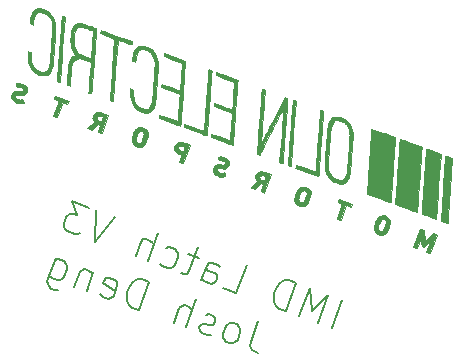
<source format=gbr>
G04 #@! TF.FileFunction,Legend,Bot*
%FSLAX46Y46*%
G04 Gerber Fmt 4.6, Leading zero omitted, Abs format (unit mm)*
G04 Created by KiCad (PCBNEW 4.0.7-e2-6376~58~ubuntu16.04.1) date Fri Apr  6 19:10:20 2018*
%MOMM*%
%LPD*%
G01*
G04 APERTURE LIST*
%ADD10C,0.100000*%
%ADD11C,0.147600*%
%ADD12C,0.010000*%
G04 APERTURE END LIST*
D10*
D11*
X160945455Y-119232071D02*
X160324933Y-120936941D01*
X160314486Y-121319283D01*
X160459066Y-121629336D01*
X160758672Y-121867099D01*
X160985988Y-121949835D01*
X158599169Y-121081104D02*
X158867854Y-121050182D01*
X159022879Y-120977892D01*
X159219273Y-120791944D01*
X159467482Y-120109996D01*
X159436561Y-119841312D01*
X159364271Y-119686286D01*
X159178323Y-119489891D01*
X158837349Y-119365786D01*
X158568664Y-119396709D01*
X158413639Y-119468998D01*
X158217244Y-119654946D01*
X157969035Y-120336894D01*
X157999957Y-120605579D01*
X158072247Y-120760605D01*
X158258195Y-120957000D01*
X158599169Y-121081104D01*
X156935666Y-120346923D02*
X156666982Y-120377846D01*
X156212350Y-120212373D01*
X156026402Y-120015978D01*
X155995480Y-119747294D01*
X156036848Y-119633636D01*
X156233242Y-119447688D01*
X156501927Y-119416766D01*
X156842901Y-119540871D01*
X157111585Y-119509949D01*
X157307979Y-119324001D01*
X157349348Y-119210343D01*
X157318426Y-118941659D01*
X157132478Y-118745264D01*
X156791504Y-118621160D01*
X156522819Y-118652082D01*
X154848453Y-119715956D02*
X155717185Y-117329136D01*
X153825531Y-119343642D02*
X154280581Y-118093403D01*
X154476975Y-117907456D01*
X154745660Y-117876533D01*
X155086634Y-118000638D01*
X155272582Y-118197033D01*
X155344871Y-118352058D01*
X150870422Y-118268070D02*
X151739153Y-115881251D01*
X151170862Y-115674410D01*
X150788520Y-115663964D01*
X150478468Y-115808544D01*
X150282074Y-115994492D01*
X150002943Y-116407756D01*
X149878839Y-116748730D01*
X149827024Y-117244730D01*
X149857946Y-117513414D01*
X150002526Y-117823467D01*
X150302131Y-118061230D01*
X150870422Y-118268070D01*
X147615706Y-116954735D02*
X147801654Y-117151130D01*
X148256286Y-117316603D01*
X148524971Y-117285681D01*
X148721365Y-117099732D01*
X149052310Y-116190468D01*
X149021388Y-115921784D01*
X148835440Y-115725389D01*
X148380809Y-115559917D01*
X148112124Y-115590839D01*
X147915730Y-115776787D01*
X147832994Y-116004103D01*
X148886837Y-116645100D01*
X147016912Y-115063499D02*
X146437757Y-116654712D01*
X146934175Y-115290815D02*
X146861885Y-115135790D01*
X146675937Y-114939395D01*
X146334963Y-114815290D01*
X146066279Y-114846212D01*
X145869885Y-115032160D01*
X145414835Y-116282399D01*
X143834486Y-113905191D02*
X143131228Y-115837378D01*
X143162149Y-116106063D01*
X143234439Y-116261089D01*
X143420387Y-116457483D01*
X143761361Y-116581587D01*
X144030045Y-116550666D01*
X143296701Y-115382746D02*
X143482648Y-115579140D01*
X143937280Y-115744613D01*
X144205965Y-115713691D01*
X144360991Y-115641401D01*
X144557385Y-115455453D01*
X144805594Y-114773505D01*
X144774672Y-114504821D01*
X144702383Y-114349795D01*
X144516435Y-114153400D01*
X144061802Y-113987927D01*
X143793118Y-114018850D01*
X167182808Y-119770567D02*
X168051539Y-117383748D01*
X166046228Y-119356885D02*
X166914959Y-116970066D01*
X165498830Y-118385359D01*
X165323746Y-116390912D01*
X164455015Y-118777731D01*
X163318434Y-118364050D02*
X164187165Y-115977231D01*
X163618875Y-115770390D01*
X163236533Y-115759943D01*
X162926480Y-115904523D01*
X162730086Y-116090471D01*
X162450956Y-116503735D01*
X162326852Y-116844709D01*
X162275037Y-117340710D01*
X162305958Y-117609393D01*
X162450538Y-117919446D01*
X162750144Y-118157209D01*
X163318434Y-118364050D01*
X157976505Y-116419747D02*
X159113086Y-116833428D01*
X159981817Y-114446609D01*
X156157977Y-115757857D02*
X156613027Y-114507617D01*
X156809421Y-114321670D01*
X157078106Y-114290748D01*
X157532738Y-114456220D01*
X157718686Y-114652615D01*
X156199346Y-115644198D02*
X156385293Y-115840593D01*
X156953583Y-116047433D01*
X157222268Y-116016511D01*
X157418662Y-115830563D01*
X157501398Y-115603248D01*
X157470477Y-115334563D01*
X157284528Y-115138169D01*
X156716238Y-114931328D01*
X156530291Y-114734934D01*
X155941525Y-113877066D02*
X155032261Y-113546121D01*
X155890128Y-112957356D02*
X155145501Y-115003200D01*
X154949107Y-115189148D01*
X154680423Y-115220071D01*
X154453106Y-115137334D01*
X152675946Y-114361785D02*
X152861893Y-114558180D01*
X153316525Y-114723653D01*
X153585210Y-114692730D01*
X153740236Y-114620441D01*
X153936630Y-114434492D01*
X154184839Y-113752544D01*
X154153917Y-113483860D01*
X154081628Y-113328834D01*
X153895680Y-113132439D01*
X153441047Y-112966967D01*
X153172363Y-112997889D01*
X151611654Y-114103130D02*
X152480385Y-111716311D01*
X150588732Y-113730817D02*
X151043782Y-112480578D01*
X151240176Y-112294630D01*
X151508861Y-112263708D01*
X151849835Y-112387813D01*
X152035783Y-112584208D01*
X152108072Y-112739233D01*
X148843328Y-110392530D02*
X147178991Y-112489773D01*
X147252115Y-109813376D01*
X146683825Y-109606536D02*
X145206270Y-109068750D01*
X145670932Y-110267591D01*
X145329957Y-110143486D01*
X145061273Y-110174408D01*
X144906246Y-110246697D01*
X144709852Y-110432646D01*
X144503012Y-111000936D01*
X144533933Y-111269621D01*
X144606224Y-111424647D01*
X144792171Y-111621041D01*
X145474120Y-111869250D01*
X145742803Y-111838328D01*
X145897830Y-111766039D01*
D12*
G36*
X171611658Y-110266815D02*
X171470882Y-110249777D01*
X171337092Y-110272130D01*
X171225060Y-110319174D01*
X171140113Y-110372479D01*
X171067664Y-110441462D01*
X171003150Y-110533480D01*
X170942010Y-110655885D01*
X170879682Y-110816035D01*
X170834962Y-110948192D01*
X170779638Y-111136389D01*
X170749836Y-111288911D01*
X170746193Y-111414375D01*
X170769346Y-111521393D01*
X170819933Y-111618582D01*
X170891043Y-111706495D01*
X170970733Y-111771520D01*
X171079829Y-111834334D01*
X171198846Y-111885799D01*
X171308300Y-111916776D01*
X171349736Y-111921617D01*
X171508062Y-111903532D01*
X171658327Y-111840841D01*
X171765704Y-111759671D01*
X171805884Y-111719791D01*
X171837738Y-111682533D01*
X171865413Y-111639321D01*
X171893060Y-111581579D01*
X171924825Y-111500732D01*
X171964858Y-111388203D01*
X172012499Y-111249489D01*
X172014490Y-111243626D01*
X171707528Y-111131901D01*
X171660174Y-111250760D01*
X171609670Y-111363384D01*
X171561289Y-111457645D01*
X171520307Y-111521418D01*
X171504739Y-111537696D01*
X171438769Y-111569965D01*
X171352840Y-111589778D01*
X171273853Y-111591926D01*
X171250840Y-111586884D01*
X171212793Y-111561745D01*
X171164157Y-111515930D01*
X171162785Y-111514447D01*
X171120947Y-111459487D01*
X171098155Y-111400077D01*
X171095089Y-111327930D01*
X171112429Y-111234754D01*
X171150854Y-111112260D01*
X171208378Y-110958968D01*
X171333325Y-110639867D01*
X171436601Y-110598651D01*
X171548713Y-110575649D01*
X171645436Y-110596483D01*
X171720437Y-110655000D01*
X171767377Y-110745050D01*
X171779921Y-110860479D01*
X171771685Y-110923978D01*
X171746457Y-111018932D01*
X171707528Y-111131901D01*
X172014490Y-111243626D01*
X172063155Y-111100332D01*
X172099032Y-110990310D01*
X172121960Y-110910543D01*
X172133766Y-110852159D01*
X172136280Y-110806281D01*
X172131329Y-110764033D01*
X172121582Y-110720022D01*
X172069675Y-110575233D01*
X171987458Y-110461822D01*
X171867402Y-110371250D01*
X171771847Y-110323337D01*
X171611658Y-110266815D01*
X171611658Y-110266815D01*
G37*
X171611658Y-110266815D02*
X171470882Y-110249777D01*
X171337092Y-110272130D01*
X171225060Y-110319174D01*
X171140113Y-110372479D01*
X171067664Y-110441462D01*
X171003150Y-110533480D01*
X170942010Y-110655885D01*
X170879682Y-110816035D01*
X170834962Y-110948192D01*
X170779638Y-111136389D01*
X170749836Y-111288911D01*
X170746193Y-111414375D01*
X170769346Y-111521393D01*
X170819933Y-111618582D01*
X170891043Y-111706495D01*
X170970733Y-111771520D01*
X171079829Y-111834334D01*
X171198846Y-111885799D01*
X171308300Y-111916776D01*
X171349736Y-111921617D01*
X171508062Y-111903532D01*
X171658327Y-111840841D01*
X171765704Y-111759671D01*
X171805884Y-111719791D01*
X171837738Y-111682533D01*
X171865413Y-111639321D01*
X171893060Y-111581579D01*
X171924825Y-111500732D01*
X171964858Y-111388203D01*
X172012499Y-111249489D01*
X172014490Y-111243626D01*
X171707528Y-111131901D01*
X171660174Y-111250760D01*
X171609670Y-111363384D01*
X171561289Y-111457645D01*
X171520307Y-111521418D01*
X171504739Y-111537696D01*
X171438769Y-111569965D01*
X171352840Y-111589778D01*
X171273853Y-111591926D01*
X171250840Y-111586884D01*
X171212793Y-111561745D01*
X171164157Y-111515930D01*
X171162785Y-111514447D01*
X171120947Y-111459487D01*
X171098155Y-111400077D01*
X171095089Y-111327930D01*
X171112429Y-111234754D01*
X171150854Y-111112260D01*
X171208378Y-110958968D01*
X171333325Y-110639867D01*
X171436601Y-110598651D01*
X171548713Y-110575649D01*
X171645436Y-110596483D01*
X171720437Y-110655000D01*
X171767377Y-110745050D01*
X171779921Y-110860479D01*
X171771685Y-110923978D01*
X171746457Y-111018932D01*
X171707528Y-111131901D01*
X172014490Y-111243626D01*
X172063155Y-111100332D01*
X172099032Y-110990310D01*
X172121960Y-110910543D01*
X172133766Y-110852159D01*
X172136280Y-110806281D01*
X172131329Y-110764033D01*
X172121582Y-110720022D01*
X172069675Y-110575233D01*
X171987458Y-110461822D01*
X171867402Y-110371250D01*
X171771847Y-110323337D01*
X171611658Y-110266815D01*
G36*
X164843671Y-107813598D02*
X164688538Y-107816846D01*
X164539663Y-107859946D01*
X164428193Y-107927437D01*
X164383142Y-107964214D01*
X164348066Y-107998948D01*
X164317807Y-108040691D01*
X164287199Y-108098493D01*
X164251085Y-108181405D01*
X164204299Y-108298477D01*
X164177485Y-108367032D01*
X164107862Y-108553339D01*
X164060405Y-108702770D01*
X164034218Y-108823711D01*
X164028403Y-108924549D01*
X164042067Y-109013672D01*
X164074315Y-109099467D01*
X164094969Y-109139810D01*
X164199400Y-109280031D01*
X164338464Y-109384522D01*
X164508743Y-109451204D01*
X164645666Y-109474364D01*
X164757661Y-109464796D01*
X164882336Y-109423855D01*
X165001162Y-109360250D01*
X165095612Y-109282689D01*
X165121826Y-109250555D01*
X165162127Y-109177733D01*
X165212575Y-109061869D01*
X165270626Y-108909116D01*
X165276107Y-108893429D01*
X164954571Y-108776400D01*
X164908112Y-108897852D01*
X164872254Y-108980874D01*
X164841671Y-109035269D01*
X164811034Y-109070847D01*
X164782911Y-109092342D01*
X164672674Y-109141641D01*
X164569637Y-109143725D01*
X164480854Y-109100507D01*
X164413378Y-109013899D01*
X164402045Y-108989095D01*
X164383803Y-108929228D01*
X164381445Y-108864903D01*
X164395608Y-108779601D01*
X164412840Y-108709421D01*
X164462351Y-108550836D01*
X164523666Y-108401623D01*
X164590175Y-108276314D01*
X164643894Y-108201652D01*
X164717360Y-108152026D01*
X164812856Y-108130978D01*
X164907407Y-108143516D01*
X164908515Y-108143917D01*
X164961289Y-108177128D01*
X165017187Y-108231526D01*
X165022720Y-108238256D01*
X165053427Y-108287224D01*
X165068072Y-108343365D01*
X165065641Y-108414704D01*
X165045115Y-108509260D01*
X165005480Y-108635056D01*
X164954571Y-108776400D01*
X165276107Y-108893429D01*
X165312065Y-108790498D01*
X165359319Y-108650034D01*
X165391922Y-108547593D01*
X165411730Y-108473152D01*
X165420601Y-108416693D01*
X165420390Y-108368194D01*
X165412957Y-108317633D01*
X165406052Y-108283345D01*
X165351267Y-108135244D01*
X165258859Y-108011025D01*
X165137607Y-107913882D01*
X164996285Y-107847008D01*
X164843671Y-107813598D01*
X164843671Y-107813598D01*
G37*
X164843671Y-107813598D02*
X164688538Y-107816846D01*
X164539663Y-107859946D01*
X164428193Y-107927437D01*
X164383142Y-107964214D01*
X164348066Y-107998948D01*
X164317807Y-108040691D01*
X164287199Y-108098493D01*
X164251085Y-108181405D01*
X164204299Y-108298477D01*
X164177485Y-108367032D01*
X164107862Y-108553339D01*
X164060405Y-108702770D01*
X164034218Y-108823711D01*
X164028403Y-108924549D01*
X164042067Y-109013672D01*
X164074315Y-109099467D01*
X164094969Y-109139810D01*
X164199400Y-109280031D01*
X164338464Y-109384522D01*
X164508743Y-109451204D01*
X164645666Y-109474364D01*
X164757661Y-109464796D01*
X164882336Y-109423855D01*
X165001162Y-109360250D01*
X165095612Y-109282689D01*
X165121826Y-109250555D01*
X165162127Y-109177733D01*
X165212575Y-109061869D01*
X165270626Y-108909116D01*
X165276107Y-108893429D01*
X164954571Y-108776400D01*
X164908112Y-108897852D01*
X164872254Y-108980874D01*
X164841671Y-109035269D01*
X164811034Y-109070847D01*
X164782911Y-109092342D01*
X164672674Y-109141641D01*
X164569637Y-109143725D01*
X164480854Y-109100507D01*
X164413378Y-109013899D01*
X164402045Y-108989095D01*
X164383803Y-108929228D01*
X164381445Y-108864903D01*
X164395608Y-108779601D01*
X164412840Y-108709421D01*
X164462351Y-108550836D01*
X164523666Y-108401623D01*
X164590175Y-108276314D01*
X164643894Y-108201652D01*
X164717360Y-108152026D01*
X164812856Y-108130978D01*
X164907407Y-108143516D01*
X164908515Y-108143917D01*
X164961289Y-108177128D01*
X165017187Y-108231526D01*
X165022720Y-108238256D01*
X165053427Y-108287224D01*
X165068072Y-108343365D01*
X165065641Y-108414704D01*
X165045115Y-108509260D01*
X165005480Y-108635056D01*
X164954571Y-108776400D01*
X165276107Y-108893429D01*
X165312065Y-108790498D01*
X165359319Y-108650034D01*
X165391922Y-108547593D01*
X165411730Y-108473152D01*
X165420601Y-108416693D01*
X165420390Y-108368194D01*
X165412957Y-108317633D01*
X165406052Y-108283345D01*
X165351267Y-108135244D01*
X165258859Y-108011025D01*
X165137607Y-107913882D01*
X164996285Y-107847008D01*
X164843671Y-107813598D01*
G36*
X157916694Y-105288939D02*
X157767410Y-105272823D01*
X157638142Y-105284799D01*
X157555076Y-105316084D01*
X157529479Y-105337395D01*
X157525073Y-105368136D01*
X157542869Y-105421626D01*
X157567201Y-105475717D01*
X157628254Y-105606646D01*
X157739130Y-105590688D01*
X157859617Y-105589899D01*
X157975464Y-105617779D01*
X158072311Y-105668743D01*
X158135800Y-105737205D01*
X158140763Y-105746903D01*
X158165284Y-105831126D01*
X158146913Y-105898163D01*
X158111045Y-105938638D01*
X158079586Y-105960487D01*
X158039382Y-105971281D01*
X157979867Y-105971115D01*
X157890474Y-105960086D01*
X157779744Y-105941653D01*
X157607064Y-105920156D01*
X157470930Y-105925273D01*
X157363125Y-105959600D01*
X157275431Y-106025731D01*
X157200697Y-106124530D01*
X157133932Y-106275482D01*
X157116938Y-106426650D01*
X157149249Y-106573092D01*
X157230401Y-106709864D01*
X157258885Y-106742632D01*
X157342536Y-106810093D01*
X157460006Y-106876277D01*
X157594662Y-106933968D01*
X157729873Y-106975949D01*
X157839004Y-106994385D01*
X157931928Y-106992963D01*
X158028557Y-106978566D01*
X158113977Y-106954952D01*
X158173273Y-106925882D01*
X158190788Y-106905715D01*
X158186519Y-106867743D01*
X158163981Y-106801903D01*
X158141211Y-106750361D01*
X158080808Y-106624751D01*
X158001427Y-106650832D01*
X157876695Y-106669597D01*
X157742079Y-106654006D01*
X157614393Y-106608783D01*
X157510449Y-106538647D01*
X157478783Y-106504029D01*
X157457125Y-106439155D01*
X157468591Y-106362588D01*
X157507216Y-106295076D01*
X157547787Y-106264050D01*
X157589793Y-106245822D01*
X157603220Y-106241713D01*
X157662890Y-106256302D01*
X157755785Y-106272023D01*
X157865552Y-106286894D01*
X157975835Y-106298935D01*
X158070278Y-106306165D01*
X158132529Y-106306603D01*
X158135960Y-106306245D01*
X158251372Y-106268394D01*
X158349838Y-106191207D01*
X158426371Y-106084724D01*
X158475986Y-105958982D01*
X158493697Y-105824018D01*
X158474518Y-105689871D01*
X158461040Y-105651812D01*
X158396389Y-105538384D01*
X158300813Y-105446668D01*
X158166631Y-105370329D01*
X158074028Y-105332763D01*
X157916694Y-105288939D01*
X157916694Y-105288939D01*
G37*
X157916694Y-105288939D02*
X157767410Y-105272823D01*
X157638142Y-105284799D01*
X157555076Y-105316084D01*
X157529479Y-105337395D01*
X157525073Y-105368136D01*
X157542869Y-105421626D01*
X157567201Y-105475717D01*
X157628254Y-105606646D01*
X157739130Y-105590688D01*
X157859617Y-105589899D01*
X157975464Y-105617779D01*
X158072311Y-105668743D01*
X158135800Y-105737205D01*
X158140763Y-105746903D01*
X158165284Y-105831126D01*
X158146913Y-105898163D01*
X158111045Y-105938638D01*
X158079586Y-105960487D01*
X158039382Y-105971281D01*
X157979867Y-105971115D01*
X157890474Y-105960086D01*
X157779744Y-105941653D01*
X157607064Y-105920156D01*
X157470930Y-105925273D01*
X157363125Y-105959600D01*
X157275431Y-106025731D01*
X157200697Y-106124530D01*
X157133932Y-106275482D01*
X157116938Y-106426650D01*
X157149249Y-106573092D01*
X157230401Y-106709864D01*
X157258885Y-106742632D01*
X157342536Y-106810093D01*
X157460006Y-106876277D01*
X157594662Y-106933968D01*
X157729873Y-106975949D01*
X157839004Y-106994385D01*
X157931928Y-106992963D01*
X158028557Y-106978566D01*
X158113977Y-106954952D01*
X158173273Y-106925882D01*
X158190788Y-106905715D01*
X158186519Y-106867743D01*
X158163981Y-106801903D01*
X158141211Y-106750361D01*
X158080808Y-106624751D01*
X158001427Y-106650832D01*
X157876695Y-106669597D01*
X157742079Y-106654006D01*
X157614393Y-106608783D01*
X157510449Y-106538647D01*
X157478783Y-106504029D01*
X157457125Y-106439155D01*
X157468591Y-106362588D01*
X157507216Y-106295076D01*
X157547787Y-106264050D01*
X157589793Y-106245822D01*
X157603220Y-106241713D01*
X157662890Y-106256302D01*
X157755785Y-106272023D01*
X157865552Y-106286894D01*
X157975835Y-106298935D01*
X158070278Y-106306165D01*
X158132529Y-106306603D01*
X158135960Y-106306245D01*
X158251372Y-106268394D01*
X158349838Y-106191207D01*
X158426371Y-106084724D01*
X158475986Y-105958982D01*
X158493697Y-105824018D01*
X158474518Y-105689871D01*
X158461040Y-105651812D01*
X158396389Y-105538384D01*
X158300813Y-105446668D01*
X158166631Y-105370329D01*
X158074028Y-105332763D01*
X157916694Y-105288939D01*
G36*
X151043079Y-102794791D02*
X150879388Y-102797608D01*
X150732325Y-102848317D01*
X150601539Y-102946987D01*
X150582004Y-102967334D01*
X150530650Y-103039499D01*
X150471845Y-103148066D01*
X150410989Y-103280287D01*
X150353479Y-103423415D01*
X150304713Y-103564702D01*
X150270088Y-103691404D01*
X150264862Y-103716274D01*
X150247397Y-103889986D01*
X150270126Y-104038895D01*
X150334835Y-104171448D01*
X150371414Y-104220025D01*
X150471135Y-104310622D01*
X150600282Y-104386469D01*
X150739679Y-104438462D01*
X150870150Y-104457495D01*
X150871528Y-104457487D01*
X151043468Y-104432988D01*
X151194852Y-104364032D01*
X151277500Y-104298260D01*
X151316999Y-104257600D01*
X151349748Y-104215189D01*
X151380444Y-104161721D01*
X151413784Y-104087891D01*
X151454465Y-103984393D01*
X151468472Y-103946556D01*
X151144945Y-103828802D01*
X151091776Y-103952057D01*
X151040337Y-104037704D01*
X150986299Y-104091804D01*
X150925332Y-104120413D01*
X150870439Y-104128916D01*
X150798646Y-104131618D01*
X150753401Y-104122744D01*
X150711005Y-104093806D01*
X150670638Y-104057346D01*
X150623734Y-104001139D01*
X150599597Y-103934549D01*
X150598473Y-103849621D01*
X150620608Y-103738402D01*
X150666250Y-103592941D01*
X150686834Y-103535181D01*
X150747778Y-103380066D01*
X150801936Y-103267472D01*
X150845225Y-103203558D01*
X150938276Y-103133397D01*
X151037880Y-103109843D01*
X151134337Y-103131722D01*
X151217942Y-103197854D01*
X151255275Y-103253300D01*
X151307879Y-103351302D01*
X151204173Y-103661881D01*
X151144945Y-103828802D01*
X151468472Y-103946556D01*
X151505457Y-103846651D01*
X151565627Y-103676142D01*
X151606491Y-103542629D01*
X151629294Y-103436644D01*
X151635277Y-103348724D01*
X151625683Y-103269403D01*
X151601757Y-103189218D01*
X151594359Y-103169664D01*
X151524962Y-103041800D01*
X151424050Y-102942044D01*
X151284071Y-102863672D01*
X151223750Y-102839796D01*
X151043079Y-102794791D01*
X151043079Y-102794791D01*
G37*
X151043079Y-102794791D02*
X150879388Y-102797608D01*
X150732325Y-102848317D01*
X150601539Y-102946987D01*
X150582004Y-102967334D01*
X150530650Y-103039499D01*
X150471845Y-103148066D01*
X150410989Y-103280287D01*
X150353479Y-103423415D01*
X150304713Y-103564702D01*
X150270088Y-103691404D01*
X150264862Y-103716274D01*
X150247397Y-103889986D01*
X150270126Y-104038895D01*
X150334835Y-104171448D01*
X150371414Y-104220025D01*
X150471135Y-104310622D01*
X150600282Y-104386469D01*
X150739679Y-104438462D01*
X150870150Y-104457495D01*
X150871528Y-104457487D01*
X151043468Y-104432988D01*
X151194852Y-104364032D01*
X151277500Y-104298260D01*
X151316999Y-104257600D01*
X151349748Y-104215189D01*
X151380444Y-104161721D01*
X151413784Y-104087891D01*
X151454465Y-103984393D01*
X151468472Y-103946556D01*
X151144945Y-103828802D01*
X151091776Y-103952057D01*
X151040337Y-104037704D01*
X150986299Y-104091804D01*
X150925332Y-104120413D01*
X150870439Y-104128916D01*
X150798646Y-104131618D01*
X150753401Y-104122744D01*
X150711005Y-104093806D01*
X150670638Y-104057346D01*
X150623734Y-104001139D01*
X150599597Y-103934549D01*
X150598473Y-103849621D01*
X150620608Y-103738402D01*
X150666250Y-103592941D01*
X150686834Y-103535181D01*
X150747778Y-103380066D01*
X150801936Y-103267472D01*
X150845225Y-103203558D01*
X150938276Y-103133397D01*
X151037880Y-103109843D01*
X151134337Y-103131722D01*
X151217942Y-103197854D01*
X151255275Y-103253300D01*
X151307879Y-103351302D01*
X151204173Y-103661881D01*
X151144945Y-103828802D01*
X151468472Y-103946556D01*
X151505457Y-103846651D01*
X151565627Y-103676142D01*
X151606491Y-103542629D01*
X151629294Y-103436644D01*
X151635277Y-103348724D01*
X151625683Y-103269403D01*
X151601757Y-103189218D01*
X151594359Y-103169664D01*
X151524962Y-103041800D01*
X151424050Y-102942044D01*
X151284071Y-102863672D01*
X151223750Y-102839796D01*
X151043079Y-102794791D01*
G36*
X140819326Y-99064895D02*
X140758277Y-99056264D01*
X140667221Y-99058926D01*
X140576688Y-99071950D01*
X140501986Y-99091996D01*
X140458421Y-99115726D01*
X140453847Y-99122682D01*
X140458857Y-99158019D01*
X140481723Y-99221596D01*
X140502913Y-99268901D01*
X140561238Y-99390188D01*
X140672177Y-99376539D01*
X140795685Y-99376649D01*
X140906391Y-99404517D01*
X140996174Y-99454501D01*
X141056913Y-99520957D01*
X141080487Y-99598241D01*
X141071243Y-99653833D01*
X141038977Y-99708985D01*
X140986065Y-99741011D01*
X140904939Y-99751443D01*
X140788026Y-99741805D01*
X140703460Y-99728098D01*
X140536817Y-99705781D01*
X140406708Y-99707746D01*
X140304125Y-99735773D01*
X140220059Y-99791639D01*
X140181698Y-99831093D01*
X140094908Y-99964859D01*
X140050705Y-100110234D01*
X140049152Y-100257561D01*
X140090313Y-100397175D01*
X140174257Y-100519414D01*
X140177044Y-100522309D01*
X140269328Y-100595713D01*
X140393856Y-100666070D01*
X140532348Y-100725000D01*
X140666528Y-100764123D01*
X140724954Y-100773503D01*
X140833461Y-100776874D01*
X140944661Y-100767737D01*
X141038898Y-100748464D01*
X141084376Y-100730135D01*
X141107396Y-100709280D01*
X141110282Y-100676656D01*
X141091672Y-100619953D01*
X141065626Y-100560430D01*
X141000700Y-100417719D01*
X140920790Y-100439810D01*
X140809712Y-100453176D01*
X140683052Y-100442955D01*
X140566137Y-100412325D01*
X140517225Y-100389165D01*
X140447626Y-100330182D01*
X140397520Y-100254639D01*
X140375959Y-100179092D01*
X140380824Y-100139715D01*
X140417030Y-100081911D01*
X140478212Y-100049928D01*
X140570941Y-100042367D01*
X140701793Y-100057825D01*
X140735668Y-100064045D01*
X140911505Y-100089744D01*
X141050475Y-100089749D01*
X141160654Y-100062052D01*
X141250118Y-100004642D01*
X141325831Y-99917105D01*
X141398574Y-99772800D01*
X141423539Y-99622405D01*
X141400740Y-99473598D01*
X141330195Y-99334057D01*
X141324589Y-99326342D01*
X141276973Y-99269747D01*
X141222091Y-99225305D01*
X141145411Y-99183114D01*
X141055732Y-99143101D01*
X140929369Y-99095346D01*
X140819326Y-99064895D01*
X140819326Y-99064895D01*
G37*
X140819326Y-99064895D02*
X140758277Y-99056264D01*
X140667221Y-99058926D01*
X140576688Y-99071950D01*
X140501986Y-99091996D01*
X140458421Y-99115726D01*
X140453847Y-99122682D01*
X140458857Y-99158019D01*
X140481723Y-99221596D01*
X140502913Y-99268901D01*
X140561238Y-99390188D01*
X140672177Y-99376539D01*
X140795685Y-99376649D01*
X140906391Y-99404517D01*
X140996174Y-99454501D01*
X141056913Y-99520957D01*
X141080487Y-99598241D01*
X141071243Y-99653833D01*
X141038977Y-99708985D01*
X140986065Y-99741011D01*
X140904939Y-99751443D01*
X140788026Y-99741805D01*
X140703460Y-99728098D01*
X140536817Y-99705781D01*
X140406708Y-99707746D01*
X140304125Y-99735773D01*
X140220059Y-99791639D01*
X140181698Y-99831093D01*
X140094908Y-99964859D01*
X140050705Y-100110234D01*
X140049152Y-100257561D01*
X140090313Y-100397175D01*
X140174257Y-100519414D01*
X140177044Y-100522309D01*
X140269328Y-100595713D01*
X140393856Y-100666070D01*
X140532348Y-100725000D01*
X140666528Y-100764123D01*
X140724954Y-100773503D01*
X140833461Y-100776874D01*
X140944661Y-100767737D01*
X141038898Y-100748464D01*
X141084376Y-100730135D01*
X141107396Y-100709280D01*
X141110282Y-100676656D01*
X141091672Y-100619953D01*
X141065626Y-100560430D01*
X141000700Y-100417719D01*
X140920790Y-100439810D01*
X140809712Y-100453176D01*
X140683052Y-100442955D01*
X140566137Y-100412325D01*
X140517225Y-100389165D01*
X140447626Y-100330182D01*
X140397520Y-100254639D01*
X140375959Y-100179092D01*
X140380824Y-100139715D01*
X140417030Y-100081911D01*
X140478212Y-100049928D01*
X140570941Y-100042367D01*
X140701793Y-100057825D01*
X140735668Y-100064045D01*
X140911505Y-100089744D01*
X141050475Y-100089749D01*
X141160654Y-100062052D01*
X141250118Y-100004642D01*
X141325831Y-99917105D01*
X141398574Y-99772800D01*
X141423539Y-99622405D01*
X141400740Y-99473598D01*
X141330195Y-99334057D01*
X141324589Y-99326342D01*
X141276973Y-99269747D01*
X141222091Y-99225305D01*
X141145411Y-99183114D01*
X141055732Y-99143101D01*
X140929369Y-99095346D01*
X140819326Y-99064895D01*
G36*
X175425310Y-112105997D02*
X175081269Y-112439516D01*
X174988770Y-111488369D01*
X174674631Y-111374032D01*
X174109956Y-112925464D01*
X174420242Y-113038399D01*
X174731416Y-112192088D01*
X174769050Y-112509874D01*
X174806685Y-112827661D01*
X175047321Y-112915245D01*
X175280420Y-112695998D01*
X175513519Y-112476750D01*
X175360706Y-112900915D01*
X175207893Y-113325080D01*
X175518179Y-113438015D01*
X176082854Y-111886583D01*
X175769351Y-111772477D01*
X175425310Y-112105997D01*
X175425310Y-112105997D01*
G37*
X175425310Y-112105997D02*
X175081269Y-112439516D01*
X174988770Y-111488369D01*
X174674631Y-111374032D01*
X174109956Y-112925464D01*
X174420242Y-113038399D01*
X174731416Y-112192088D01*
X174769050Y-112509874D01*
X174806685Y-112827661D01*
X175047321Y-112915245D01*
X175280420Y-112695998D01*
X175513519Y-112476750D01*
X175360706Y-112900915D01*
X175207893Y-113325080D01*
X175518179Y-113438015D01*
X176082854Y-111886583D01*
X175769351Y-111772477D01*
X175425310Y-112105997D01*
G36*
X167696344Y-109158504D02*
X168102103Y-109306188D01*
X167641676Y-110571203D01*
X167951962Y-110684138D01*
X168412390Y-109419123D01*
X168818149Y-109566808D01*
X168922397Y-109280389D01*
X167800591Y-108872086D01*
X167696344Y-109158504D01*
X167696344Y-109158504D01*
G37*
X167696344Y-109158504D02*
X168102103Y-109306188D01*
X167641676Y-110571203D01*
X167951962Y-110684138D01*
X168412390Y-109419123D01*
X168818149Y-109566808D01*
X168922397Y-109280389D01*
X167800591Y-108872086D01*
X167696344Y-109158504D01*
G36*
X161719963Y-106659562D02*
X161590237Y-106614319D01*
X161468894Y-106575095D01*
X161368260Y-106545666D01*
X161300655Y-106529812D01*
X161293171Y-106528720D01*
X161137869Y-106533314D01*
X160997718Y-106582246D01*
X160879821Y-106669692D01*
X160791272Y-106789832D01*
X160739175Y-106936844D01*
X160731267Y-106989512D01*
X160733905Y-107080682D01*
X160755146Y-107177770D01*
X160789403Y-107265054D01*
X160831092Y-107326808D01*
X160857592Y-107345155D01*
X160859603Y-107362480D01*
X160829510Y-107403427D01*
X160765119Y-107470388D01*
X160664243Y-107565749D01*
X160609572Y-107615655D01*
X160510237Y-107706307D01*
X160425285Y-107785084D01*
X160361415Y-107845673D01*
X160325331Y-107881761D01*
X160319813Y-107888613D01*
X160339121Y-107903904D01*
X160395426Y-107930590D01*
X160477671Y-107963572D01*
X160501628Y-107972438D01*
X160689114Y-108040677D01*
X160938309Y-107793804D01*
X161187503Y-107546931D01*
X161289041Y-107583583D01*
X161390578Y-107620236D01*
X161173395Y-108216941D01*
X161483682Y-108329876D01*
X161805112Y-107446753D01*
X161494826Y-107333818D01*
X161314730Y-107268268D01*
X161219566Y-107231611D01*
X161160337Y-107201423D01*
X161124418Y-107169256D01*
X161099187Y-107126661D01*
X161097372Y-107122809D01*
X161075942Y-107028972D01*
X161103362Y-106947652D01*
X161178580Y-106881874D01*
X161182087Y-106879878D01*
X161228522Y-106858636D01*
X161276240Y-106852321D01*
X161340248Y-106861545D01*
X161435550Y-106886913D01*
X161448458Y-106890677D01*
X161636108Y-106945649D01*
X161494826Y-107333818D01*
X161805112Y-107446753D01*
X162048357Y-106778444D01*
X161719963Y-106659562D01*
X161719963Y-106659562D01*
G37*
X161719963Y-106659562D02*
X161590237Y-106614319D01*
X161468894Y-106575095D01*
X161368260Y-106545666D01*
X161300655Y-106529812D01*
X161293171Y-106528720D01*
X161137869Y-106533314D01*
X160997718Y-106582246D01*
X160879821Y-106669692D01*
X160791272Y-106789832D01*
X160739175Y-106936844D01*
X160731267Y-106989512D01*
X160733905Y-107080682D01*
X160755146Y-107177770D01*
X160789403Y-107265054D01*
X160831092Y-107326808D01*
X160857592Y-107345155D01*
X160859603Y-107362480D01*
X160829510Y-107403427D01*
X160765119Y-107470388D01*
X160664243Y-107565749D01*
X160609572Y-107615655D01*
X160510237Y-107706307D01*
X160425285Y-107785084D01*
X160361415Y-107845673D01*
X160325331Y-107881761D01*
X160319813Y-107888613D01*
X160339121Y-107903904D01*
X160395426Y-107930590D01*
X160477671Y-107963572D01*
X160501628Y-107972438D01*
X160689114Y-108040677D01*
X160938309Y-107793804D01*
X161187503Y-107546931D01*
X161289041Y-107583583D01*
X161390578Y-107620236D01*
X161173395Y-108216941D01*
X161483682Y-108329876D01*
X161805112Y-107446753D01*
X161494826Y-107333818D01*
X161314730Y-107268268D01*
X161219566Y-107231611D01*
X161160337Y-107201423D01*
X161124418Y-107169256D01*
X161099187Y-107126661D01*
X161097372Y-107122809D01*
X161075942Y-107028972D01*
X161103362Y-106947652D01*
X161178580Y-106881874D01*
X161182087Y-106879878D01*
X161228522Y-106858636D01*
X161276240Y-106852321D01*
X161340248Y-106861545D01*
X161435550Y-106886913D01*
X161448458Y-106890677D01*
X161636108Y-106945649D01*
X161494826Y-107333818D01*
X161805112Y-107446753D01*
X162048357Y-106778444D01*
X161719963Y-106659562D01*
G36*
X154858016Y-104161524D02*
X154689372Y-104102301D01*
X154557601Y-104061819D01*
X154453087Y-104038333D01*
X154366218Y-104030104D01*
X154287377Y-104035387D01*
X154227438Y-104047240D01*
X154112448Y-104099149D01*
X154008966Y-104189883D01*
X153925503Y-104307556D01*
X153870570Y-104440283D01*
X153852573Y-104570778D01*
X153878109Y-104716094D01*
X153950964Y-104843020D01*
X154071155Y-104951571D01*
X154238703Y-105041772D01*
X154299196Y-105065620D01*
X154507851Y-105142159D01*
X154299356Y-105714995D01*
X154633511Y-105836618D01*
X155093938Y-104571604D01*
X154759783Y-104449981D01*
X154612099Y-104855740D01*
X154448241Y-104796101D01*
X154348877Y-104755694D01*
X154285805Y-104717704D01*
X154245669Y-104673806D01*
X154241413Y-104667188D01*
X154206990Y-104571350D01*
X154221586Y-104479911D01*
X154272688Y-104410540D01*
X154353481Y-104366455D01*
X154461117Y-104360284D01*
X154598817Y-104391964D01*
X154632071Y-104403498D01*
X154759783Y-104449981D01*
X155093938Y-104571604D01*
X155198186Y-104285185D01*
X154858016Y-104161524D01*
X154858016Y-104161524D01*
G37*
X154858016Y-104161524D02*
X154689372Y-104102301D01*
X154557601Y-104061819D01*
X154453087Y-104038333D01*
X154366218Y-104030104D01*
X154287377Y-104035387D01*
X154227438Y-104047240D01*
X154112448Y-104099149D01*
X154008966Y-104189883D01*
X153925503Y-104307556D01*
X153870570Y-104440283D01*
X153852573Y-104570778D01*
X153878109Y-104716094D01*
X153950964Y-104843020D01*
X154071155Y-104951571D01*
X154238703Y-105041772D01*
X154299196Y-105065620D01*
X154507851Y-105142159D01*
X154299356Y-105714995D01*
X154633511Y-105836618D01*
X155093938Y-104571604D01*
X154759783Y-104449981D01*
X154612099Y-104855740D01*
X154448241Y-104796101D01*
X154348877Y-104755694D01*
X154285805Y-104717704D01*
X154245669Y-104673806D01*
X154241413Y-104667188D01*
X154206990Y-104571350D01*
X154221586Y-104479911D01*
X154272688Y-104410540D01*
X154353481Y-104366455D01*
X154461117Y-104360284D01*
X154598817Y-104391964D01*
X154632071Y-104403498D01*
X154759783Y-104449981D01*
X155093938Y-104571604D01*
X155198186Y-104285185D01*
X154858016Y-104161524D01*
G36*
X147936240Y-101642203D02*
X147760723Y-101580958D01*
X147622277Y-101539489D01*
X147511855Y-101516274D01*
X147420405Y-101509793D01*
X147338883Y-101518524D01*
X147283943Y-101532545D01*
X147166586Y-101593227D01*
X147065799Y-101691640D01*
X146989861Y-101815396D01*
X146947051Y-101952107D01*
X146941062Y-102045568D01*
X146957346Y-102125723D01*
X146993166Y-102216247D01*
X147038449Y-102295075D01*
X147072243Y-102332990D01*
X147063797Y-102357016D01*
X147019414Y-102410000D01*
X146942300Y-102488530D01*
X146835667Y-102589193D01*
X146805377Y-102616866D01*
X146514158Y-102881415D01*
X146903494Y-103023122D01*
X147406112Y-102530307D01*
X147594763Y-102598970D01*
X147377580Y-103195675D01*
X147711735Y-103317297D01*
X148172162Y-102052283D01*
X147838008Y-101930661D01*
X147699011Y-102312552D01*
X147526243Y-102248810D01*
X147424749Y-102206234D01*
X147352536Y-102165501D01*
X147323935Y-102139185D01*
X147292994Y-102049815D01*
X147305383Y-101958891D01*
X147351912Y-101890298D01*
X147433095Y-101846686D01*
X147542152Y-101841330D01*
X147681679Y-101874184D01*
X147710295Y-101884177D01*
X147838008Y-101930661D01*
X148172162Y-102052283D01*
X148276410Y-101765865D01*
X147936240Y-101642203D01*
X147936240Y-101642203D01*
G37*
X147936240Y-101642203D02*
X147760723Y-101580958D01*
X147622277Y-101539489D01*
X147511855Y-101516274D01*
X147420405Y-101509793D01*
X147338883Y-101518524D01*
X147283943Y-101532545D01*
X147166586Y-101593227D01*
X147065799Y-101691640D01*
X146989861Y-101815396D01*
X146947051Y-101952107D01*
X146941062Y-102045568D01*
X146957346Y-102125723D01*
X146993166Y-102216247D01*
X147038449Y-102295075D01*
X147072243Y-102332990D01*
X147063797Y-102357016D01*
X147019414Y-102410000D01*
X146942300Y-102488530D01*
X146835667Y-102589193D01*
X146805377Y-102616866D01*
X146514158Y-102881415D01*
X146903494Y-103023122D01*
X147406112Y-102530307D01*
X147594763Y-102598970D01*
X147377580Y-103195675D01*
X147711735Y-103317297D01*
X148172162Y-102052283D01*
X147838008Y-101930661D01*
X147699011Y-102312552D01*
X147526243Y-102248810D01*
X147424749Y-102206234D01*
X147352536Y-102165501D01*
X147323935Y-102139185D01*
X147292994Y-102049815D01*
X147305383Y-101958891D01*
X147351912Y-101890298D01*
X147433095Y-101846686D01*
X147542152Y-101841330D01*
X147681679Y-101874184D01*
X147710295Y-101884177D01*
X147838008Y-101930661D01*
X148172162Y-102052283D01*
X148276410Y-101765865D01*
X147936240Y-101642203D01*
G36*
X143684942Y-100419069D02*
X144090701Y-100566753D01*
X143630274Y-101831767D01*
X143964428Y-101953389D01*
X144424856Y-100688375D01*
X144806747Y-100827372D01*
X144910995Y-100540954D01*
X143789190Y-100132650D01*
X143684942Y-100419069D01*
X143684942Y-100419069D01*
G37*
X143684942Y-100419069D02*
X144090701Y-100566753D01*
X143630274Y-101831767D01*
X143964428Y-101953389D01*
X144424856Y-100688375D01*
X144806747Y-100827372D01*
X144910995Y-100540954D01*
X143789190Y-100132650D01*
X143684942Y-100419069D01*
G36*
X176978990Y-105239307D02*
X176898294Y-105212056D01*
X176848826Y-105199670D01*
X176822345Y-105200861D01*
X176810610Y-105214336D01*
X176805712Y-105236729D01*
X176802717Y-105269418D01*
X176796431Y-105349408D01*
X176787095Y-105473326D01*
X176774955Y-105637795D01*
X176760253Y-105839443D01*
X176743232Y-106074891D01*
X176724135Y-106340768D01*
X176703204Y-106633697D01*
X176680684Y-106950305D01*
X176656818Y-107287214D01*
X176631849Y-107641051D01*
X176606458Y-108002206D01*
X176416411Y-110710217D01*
X176707604Y-110816365D01*
X176998795Y-110922512D01*
X177005203Y-110809684D01*
X177007832Y-110769204D01*
X177013772Y-110681552D01*
X177022779Y-110550233D01*
X177034610Y-110378751D01*
X177049022Y-110170610D01*
X177065769Y-109929312D01*
X177084611Y-109658363D01*
X177105303Y-109361266D01*
X177127601Y-109041525D01*
X177151263Y-108702646D01*
X177176044Y-108348131D01*
X177197499Y-108041512D01*
X177383388Y-105386169D01*
X177099154Y-105282716D01*
X176978990Y-105239307D01*
X176978990Y-105239307D01*
G37*
X176978990Y-105239307D02*
X176898294Y-105212056D01*
X176848826Y-105199670D01*
X176822345Y-105200861D01*
X176810610Y-105214336D01*
X176805712Y-105236729D01*
X176802717Y-105269418D01*
X176796431Y-105349408D01*
X176787095Y-105473326D01*
X176774955Y-105637795D01*
X176760253Y-105839443D01*
X176743232Y-106074891D01*
X176724135Y-106340768D01*
X176703204Y-106633697D01*
X176680684Y-106950305D01*
X176656818Y-107287214D01*
X176631849Y-107641051D01*
X176606458Y-108002206D01*
X176416411Y-110710217D01*
X176707604Y-110816365D01*
X176998795Y-110922512D01*
X177005203Y-110809684D01*
X177007832Y-110769204D01*
X177013772Y-110681552D01*
X177022779Y-110550233D01*
X177034610Y-110378751D01*
X177049022Y-110170610D01*
X177065769Y-109929312D01*
X177084611Y-109658363D01*
X177105303Y-109361266D01*
X177127601Y-109041525D01*
X177151263Y-108702646D01*
X177176044Y-108348131D01*
X177197499Y-108041512D01*
X177383388Y-105386169D01*
X177099154Y-105282716D01*
X176978990Y-105239307D01*
G36*
X175368633Y-104656991D02*
X175292175Y-104631713D01*
X175241655Y-104618099D01*
X175211687Y-104614547D01*
X175196890Y-104619450D01*
X175191877Y-104631205D01*
X175191510Y-104635232D01*
X175189371Y-104666632D01*
X175183901Y-104745237D01*
X175175343Y-104867578D01*
X175163942Y-105030184D01*
X175149941Y-105229587D01*
X175133585Y-105462317D01*
X175115116Y-105724905D01*
X175094780Y-106013882D01*
X175072820Y-106325779D01*
X175049479Y-106657126D01*
X175025002Y-107004454D01*
X175009444Y-107225135D01*
X174984159Y-107583921D01*
X174959708Y-107931168D01*
X174936352Y-108263164D01*
X174914351Y-108576202D01*
X174893964Y-108866572D01*
X174875452Y-109130562D01*
X174859075Y-109364467D01*
X174845092Y-109564573D01*
X174833765Y-109727173D01*
X174825353Y-109848557D01*
X174820115Y-109925014D01*
X174818681Y-109946563D01*
X174807226Y-110124847D01*
X175414854Y-110346005D01*
X175609803Y-110416377D01*
X175761787Y-110469782D01*
X175875218Y-110507585D01*
X175954509Y-110531152D01*
X176004070Y-110541844D01*
X176028315Y-110541028D01*
X176032261Y-110536935D01*
X176035303Y-110508006D01*
X176041589Y-110431714D01*
X176050882Y-110311377D01*
X176062940Y-110150314D01*
X176077526Y-109951841D01*
X176094397Y-109719276D01*
X176113317Y-109455938D01*
X176134046Y-109165143D01*
X176156343Y-108850211D01*
X176179969Y-108514457D01*
X176204686Y-108161201D01*
X176230253Y-107793760D01*
X176231347Y-107777992D01*
X176420656Y-105049278D01*
X175807462Y-104818875D01*
X175620893Y-104748968D01*
X175476411Y-104695541D01*
X175368633Y-104656991D01*
X175368633Y-104656991D01*
G37*
X175368633Y-104656991D02*
X175292175Y-104631713D01*
X175241655Y-104618099D01*
X175211687Y-104614547D01*
X175196890Y-104619450D01*
X175191877Y-104631205D01*
X175191510Y-104635232D01*
X175189371Y-104666632D01*
X175183901Y-104745237D01*
X175175343Y-104867578D01*
X175163942Y-105030184D01*
X175149941Y-105229587D01*
X175133585Y-105462317D01*
X175115116Y-105724905D01*
X175094780Y-106013882D01*
X175072820Y-106325779D01*
X175049479Y-106657126D01*
X175025002Y-107004454D01*
X175009444Y-107225135D01*
X174984159Y-107583921D01*
X174959708Y-107931168D01*
X174936352Y-108263164D01*
X174914351Y-108576202D01*
X174893964Y-108866572D01*
X174875452Y-109130562D01*
X174859075Y-109364467D01*
X174845092Y-109564573D01*
X174833765Y-109727173D01*
X174825353Y-109848557D01*
X174820115Y-109925014D01*
X174818681Y-109946563D01*
X174807226Y-110124847D01*
X175414854Y-110346005D01*
X175609803Y-110416377D01*
X175761787Y-110469782D01*
X175875218Y-110507585D01*
X175954509Y-110531152D01*
X176004070Y-110541844D01*
X176028315Y-110541028D01*
X176032261Y-110536935D01*
X176035303Y-110508006D01*
X176041589Y-110431714D01*
X176050882Y-110311377D01*
X176062940Y-110150314D01*
X176077526Y-109951841D01*
X176094397Y-109719276D01*
X176113317Y-109455938D01*
X176134046Y-109165143D01*
X176156343Y-108850211D01*
X176179969Y-108514457D01*
X176204686Y-108161201D01*
X176230253Y-107793760D01*
X176231347Y-107777992D01*
X176420656Y-105049278D01*
X175807462Y-104818875D01*
X175620893Y-104748968D01*
X175476411Y-104695541D01*
X175368633Y-104656991D01*
G36*
X173647406Y-104026501D02*
X173455021Y-103956981D01*
X173301549Y-103902233D01*
X173182602Y-103860880D01*
X173093797Y-103831548D01*
X173030748Y-103812863D01*
X172989068Y-103803451D01*
X172964371Y-103801937D01*
X172952274Y-103806948D01*
X172948389Y-103817107D01*
X172948233Y-103819207D01*
X172946159Y-103850411D01*
X172940758Y-103928911D01*
X172932266Y-104051331D01*
X172920918Y-104214290D01*
X172906951Y-104414412D01*
X172890601Y-104648318D01*
X172872106Y-104912630D01*
X172851699Y-105203970D01*
X172829619Y-105518959D01*
X172806102Y-105854219D01*
X172781382Y-106206373D01*
X172757894Y-106540789D01*
X172732281Y-106905447D01*
X172707649Y-107256306D01*
X172684235Y-107589985D01*
X172662276Y-107903107D01*
X172642009Y-108192294D01*
X172623670Y-108454168D01*
X172607495Y-108685351D01*
X172593721Y-108882464D01*
X172582583Y-109042131D01*
X172574320Y-109160972D01*
X172569167Y-109235610D01*
X172567378Y-109262306D01*
X172569399Y-109275027D01*
X172579800Y-109288594D01*
X172602949Y-109304817D01*
X172643213Y-109325508D01*
X172704958Y-109352480D01*
X172792552Y-109387544D01*
X172910360Y-109432511D01*
X173062751Y-109489195D01*
X173254090Y-109559407D01*
X173488745Y-109644958D01*
X173495671Y-109647479D01*
X173731124Y-109733058D01*
X173923283Y-109802494D01*
X174076532Y-109857160D01*
X174195261Y-109898431D01*
X174283856Y-109927681D01*
X174346705Y-109946286D01*
X174388198Y-109955618D01*
X174412719Y-109957053D01*
X174424658Y-109951966D01*
X174428401Y-109941731D01*
X174428532Y-109939711D01*
X174430678Y-109905414D01*
X174436067Y-109825146D01*
X174444421Y-109702892D01*
X174455462Y-109542640D01*
X174468909Y-109348378D01*
X174484482Y-109124090D01*
X174501902Y-108873766D01*
X174520890Y-108601391D01*
X174541166Y-108310955D01*
X174562449Y-108006442D01*
X174584463Y-107691839D01*
X174606925Y-107371135D01*
X174629557Y-107048316D01*
X174652079Y-106727368D01*
X174674212Y-106412281D01*
X174695676Y-106107039D01*
X174716191Y-105815630D01*
X174735479Y-105542042D01*
X174753258Y-105290260D01*
X174769251Y-105064272D01*
X174783177Y-104868067D01*
X174794757Y-104705629D01*
X174803711Y-104580946D01*
X174809760Y-104498006D01*
X174812624Y-104460795D01*
X174812806Y-104459110D01*
X174790397Y-104449066D01*
X174725318Y-104423636D01*
X174622665Y-104384721D01*
X174487538Y-104334225D01*
X174325032Y-104274048D01*
X174140245Y-104206094D01*
X173938275Y-104132265D01*
X173883089Y-104112164D01*
X173647406Y-104026501D01*
X173647406Y-104026501D01*
G37*
X173647406Y-104026501D02*
X173455021Y-103956981D01*
X173301549Y-103902233D01*
X173182602Y-103860880D01*
X173093797Y-103831548D01*
X173030748Y-103812863D01*
X172989068Y-103803451D01*
X172964371Y-103801937D01*
X172952274Y-103806948D01*
X172948389Y-103817107D01*
X172948233Y-103819207D01*
X172946159Y-103850411D01*
X172940758Y-103928911D01*
X172932266Y-104051331D01*
X172920918Y-104214290D01*
X172906951Y-104414412D01*
X172890601Y-104648318D01*
X172872106Y-104912630D01*
X172851699Y-105203970D01*
X172829619Y-105518959D01*
X172806102Y-105854219D01*
X172781382Y-106206373D01*
X172757894Y-106540789D01*
X172732281Y-106905447D01*
X172707649Y-107256306D01*
X172684235Y-107589985D01*
X172662276Y-107903107D01*
X172642009Y-108192294D01*
X172623670Y-108454168D01*
X172607495Y-108685351D01*
X172593721Y-108882464D01*
X172582583Y-109042131D01*
X172574320Y-109160972D01*
X172569167Y-109235610D01*
X172567378Y-109262306D01*
X172569399Y-109275027D01*
X172579800Y-109288594D01*
X172602949Y-109304817D01*
X172643213Y-109325508D01*
X172704958Y-109352480D01*
X172792552Y-109387544D01*
X172910360Y-109432511D01*
X173062751Y-109489195D01*
X173254090Y-109559407D01*
X173488745Y-109644958D01*
X173495671Y-109647479D01*
X173731124Y-109733058D01*
X173923283Y-109802494D01*
X174076532Y-109857160D01*
X174195261Y-109898431D01*
X174283856Y-109927681D01*
X174346705Y-109946286D01*
X174388198Y-109955618D01*
X174412719Y-109957053D01*
X174424658Y-109951966D01*
X174428401Y-109941731D01*
X174428532Y-109939711D01*
X174430678Y-109905414D01*
X174436067Y-109825146D01*
X174444421Y-109702892D01*
X174455462Y-109542640D01*
X174468909Y-109348378D01*
X174484482Y-109124090D01*
X174501902Y-108873766D01*
X174520890Y-108601391D01*
X174541166Y-108310955D01*
X174562449Y-108006442D01*
X174584463Y-107691839D01*
X174606925Y-107371135D01*
X174629557Y-107048316D01*
X174652079Y-106727368D01*
X174674212Y-106412281D01*
X174695676Y-106107039D01*
X174716191Y-105815630D01*
X174735479Y-105542042D01*
X174753258Y-105290260D01*
X174769251Y-105064272D01*
X174783177Y-104868067D01*
X174794757Y-104705629D01*
X174803711Y-104580946D01*
X174809760Y-104498006D01*
X174812624Y-104460795D01*
X174812806Y-104459110D01*
X174790397Y-104449066D01*
X174725318Y-104423636D01*
X174622665Y-104384721D01*
X174487538Y-104334225D01*
X174325032Y-104274048D01*
X174140245Y-104206094D01*
X173938275Y-104132265D01*
X173883089Y-104112164D01*
X173647406Y-104026501D01*
G36*
X170554134Y-102974855D02*
X170551159Y-103009447D01*
X170544910Y-103091305D01*
X170535628Y-103217021D01*
X170523559Y-103383185D01*
X170508945Y-103586386D01*
X170492028Y-103823214D01*
X170473051Y-104090258D01*
X170452258Y-104384110D01*
X170429892Y-104701358D01*
X170406195Y-105038592D01*
X170381410Y-105392401D01*
X170357503Y-105734693D01*
X170169962Y-108423506D01*
X171176430Y-108796882D01*
X171421830Y-108887817D01*
X171623858Y-108962326D01*
X171786725Y-109021772D01*
X171914645Y-109067519D01*
X172011829Y-109100931D01*
X172082486Y-109123369D01*
X172130830Y-109136201D01*
X172161072Y-109140785D01*
X172177424Y-109138491D01*
X172184097Y-109130678D01*
X172185227Y-109123509D01*
X172187293Y-109092261D01*
X172192686Y-109013717D01*
X172201170Y-108891255D01*
X172212509Y-108728255D01*
X172226466Y-108528095D01*
X172242807Y-108294152D01*
X172261295Y-108029808D01*
X172281693Y-107738439D01*
X172303766Y-107423424D01*
X172327277Y-107088142D01*
X172351989Y-106735973D01*
X172375469Y-106401597D01*
X172401079Y-106036938D01*
X172425708Y-105686079D01*
X172449121Y-105352402D01*
X172471081Y-105039280D01*
X172491352Y-104750095D01*
X172509697Y-104488223D01*
X172525880Y-104257043D01*
X172539663Y-104059932D01*
X172550810Y-103900269D01*
X172559085Y-103781431D01*
X172564252Y-103706798D01*
X172566055Y-103680106D01*
X172564118Y-103667813D01*
X172554069Y-103654624D01*
X172531697Y-103638806D01*
X172492794Y-103618626D01*
X172433151Y-103592357D01*
X172348557Y-103558265D01*
X172234805Y-103514619D01*
X172087685Y-103459689D01*
X171902988Y-103391744D01*
X171676505Y-103309051D01*
X171565978Y-103268805D01*
X170563226Y-102903833D01*
X170554134Y-102974855D01*
X170554134Y-102974855D01*
G37*
X170554134Y-102974855D02*
X170551159Y-103009447D01*
X170544910Y-103091305D01*
X170535628Y-103217021D01*
X170523559Y-103383185D01*
X170508945Y-103586386D01*
X170492028Y-103823214D01*
X170473051Y-104090258D01*
X170452258Y-104384110D01*
X170429892Y-104701358D01*
X170406195Y-105038592D01*
X170381410Y-105392401D01*
X170357503Y-105734693D01*
X170169962Y-108423506D01*
X171176430Y-108796882D01*
X171421830Y-108887817D01*
X171623858Y-108962326D01*
X171786725Y-109021772D01*
X171914645Y-109067519D01*
X172011829Y-109100931D01*
X172082486Y-109123369D01*
X172130830Y-109136201D01*
X172161072Y-109140785D01*
X172177424Y-109138491D01*
X172184097Y-109130678D01*
X172185227Y-109123509D01*
X172187293Y-109092261D01*
X172192686Y-109013717D01*
X172201170Y-108891255D01*
X172212509Y-108728255D01*
X172226466Y-108528095D01*
X172242807Y-108294152D01*
X172261295Y-108029808D01*
X172281693Y-107738439D01*
X172303766Y-107423424D01*
X172327277Y-107088142D01*
X172351989Y-106735973D01*
X172375469Y-106401597D01*
X172401079Y-106036938D01*
X172425708Y-105686079D01*
X172449121Y-105352402D01*
X172471081Y-105039280D01*
X172491352Y-104750095D01*
X172509697Y-104488223D01*
X172525880Y-104257043D01*
X172539663Y-104059932D01*
X172550810Y-103900269D01*
X172559085Y-103781431D01*
X172564252Y-103706798D01*
X172566055Y-103680106D01*
X172564118Y-103667813D01*
X172554069Y-103654624D01*
X172531697Y-103638806D01*
X172492794Y-103618626D01*
X172433151Y-103592357D01*
X172348557Y-103558265D01*
X172234805Y-103514619D01*
X172087685Y-103459689D01*
X171902988Y-103391744D01*
X171676505Y-103309051D01*
X171565978Y-103268805D01*
X170563226Y-102903833D01*
X170554134Y-102974855D01*
G36*
X167872309Y-101931454D02*
X167672628Y-101898315D01*
X167486657Y-101905114D01*
X167319363Y-101951951D01*
X167175713Y-102038921D01*
X167117522Y-102093969D01*
X167045160Y-102194268D01*
X166974830Y-102330633D01*
X166912785Y-102488503D01*
X166865282Y-102653319D01*
X166853557Y-102708346D01*
X166843358Y-102777961D01*
X166830494Y-102892083D01*
X166815387Y-103044956D01*
X166798462Y-103230829D01*
X166780143Y-103443948D01*
X166760854Y-103678561D01*
X166741017Y-103928913D01*
X166721059Y-104189253D01*
X166701401Y-104453827D01*
X166682468Y-104716882D01*
X166664684Y-104972665D01*
X166648473Y-105215422D01*
X166634259Y-105439401D01*
X166622466Y-105638850D01*
X166613516Y-105808014D01*
X166607836Y-105941141D01*
X166605848Y-106032477D01*
X166606444Y-106062132D01*
X166642696Y-106357598D01*
X166717518Y-106628994D01*
X166828982Y-106872540D01*
X166975166Y-107084461D01*
X167154144Y-107260977D01*
X167254585Y-107334289D01*
X167382072Y-107406024D01*
X167532715Y-107472625D01*
X167688278Y-107527318D01*
X167830522Y-107563327D01*
X167896440Y-107572711D01*
X168086761Y-107566812D01*
X168255952Y-107515019D01*
X168402802Y-107417823D01*
X168480410Y-107337034D01*
X168531493Y-107257360D01*
X168586936Y-107142490D01*
X168641168Y-107007048D01*
X168675354Y-106905170D01*
X168414584Y-106810257D01*
X168359420Y-106950284D01*
X168298266Y-107065162D01*
X168248594Y-107129522D01*
X168146867Y-107213569D01*
X168039165Y-107261880D01*
X167917758Y-107275063D01*
X167774916Y-107253720D01*
X167602911Y-107198459D01*
X167563848Y-107183197D01*
X167445695Y-107133722D01*
X167360943Y-107091177D01*
X167294757Y-107046557D01*
X167232307Y-106990856D01*
X167209637Y-106968150D01*
X167106389Y-106846350D01*
X167023977Y-106710092D01*
X166961410Y-106554276D01*
X166917696Y-106373802D01*
X166891844Y-106163570D01*
X166882863Y-105918481D01*
X166889763Y-105633434D01*
X166904282Y-105396847D01*
X166937123Y-104953325D01*
X166966737Y-104558169D01*
X166993318Y-104209058D01*
X167017061Y-103903671D01*
X167038158Y-103639691D01*
X167056803Y-103414796D01*
X167073194Y-103226668D01*
X167087520Y-103072985D01*
X167099979Y-102951429D01*
X167110764Y-102859679D01*
X167120067Y-102795417D01*
X167123544Y-102776250D01*
X167180544Y-102574710D01*
X167263230Y-102413901D01*
X167370408Y-102295316D01*
X167500890Y-102220445D01*
X167584933Y-102197954D01*
X167645879Y-102189924D01*
X167702145Y-102190817D01*
X167766690Y-102203100D01*
X167852469Y-102229241D01*
X167972442Y-102271711D01*
X167972888Y-102271873D01*
X168093923Y-102317280D01*
X168179565Y-102354175D01*
X168242731Y-102389758D01*
X168296341Y-102431226D01*
X168348982Y-102481417D01*
X168422560Y-102561174D01*
X168491068Y-102645110D01*
X168525251Y-102693235D01*
X168580288Y-102804509D01*
X168629441Y-102951134D01*
X168668924Y-103117700D01*
X168694956Y-103288801D01*
X168703571Y-103419441D01*
X168702333Y-103479084D01*
X168697552Y-103583505D01*
X168689644Y-103726837D01*
X168679021Y-103903212D01*
X168666099Y-104106764D01*
X168651292Y-104331624D01*
X168635013Y-104571927D01*
X168617679Y-104821803D01*
X168599702Y-105075387D01*
X168581497Y-105326809D01*
X168563478Y-105570205D01*
X168546059Y-105799704D01*
X168529655Y-106009442D01*
X168514680Y-106193549D01*
X168501548Y-106346160D01*
X168490674Y-106461405D01*
X168485261Y-106511401D01*
X168458339Y-106659242D01*
X168414584Y-106810257D01*
X168675354Y-106905170D01*
X168688613Y-106865657D01*
X168723695Y-106732942D01*
X168736092Y-106666322D01*
X168741797Y-106615111D01*
X168750727Y-106519047D01*
X168762436Y-106383940D01*
X168776478Y-106215605D01*
X168792404Y-106019854D01*
X168809769Y-105802499D01*
X168828126Y-105569354D01*
X168847029Y-105326231D01*
X168866031Y-105078944D01*
X168884685Y-104833304D01*
X168902544Y-104595125D01*
X168919162Y-104370220D01*
X168934093Y-104164400D01*
X168946890Y-103983479D01*
X168957105Y-103833270D01*
X168964293Y-103719585D01*
X168968007Y-103648238D01*
X168968027Y-103647704D01*
X168960090Y-103340672D01*
X168913926Y-103053003D01*
X168831396Y-102788907D01*
X168714356Y-102552594D01*
X168564663Y-102348276D01*
X168384177Y-102180165D01*
X168292939Y-102117160D01*
X168080736Y-102004436D01*
X167872309Y-101931454D01*
X167872309Y-101931454D01*
G37*
X167872309Y-101931454D02*
X167672628Y-101898315D01*
X167486657Y-101905114D01*
X167319363Y-101951951D01*
X167175713Y-102038921D01*
X167117522Y-102093969D01*
X167045160Y-102194268D01*
X166974830Y-102330633D01*
X166912785Y-102488503D01*
X166865282Y-102653319D01*
X166853557Y-102708346D01*
X166843358Y-102777961D01*
X166830494Y-102892083D01*
X166815387Y-103044956D01*
X166798462Y-103230829D01*
X166780143Y-103443948D01*
X166760854Y-103678561D01*
X166741017Y-103928913D01*
X166721059Y-104189253D01*
X166701401Y-104453827D01*
X166682468Y-104716882D01*
X166664684Y-104972665D01*
X166648473Y-105215422D01*
X166634259Y-105439401D01*
X166622466Y-105638850D01*
X166613516Y-105808014D01*
X166607836Y-105941141D01*
X166605848Y-106032477D01*
X166606444Y-106062132D01*
X166642696Y-106357598D01*
X166717518Y-106628994D01*
X166828982Y-106872540D01*
X166975166Y-107084461D01*
X167154144Y-107260977D01*
X167254585Y-107334289D01*
X167382072Y-107406024D01*
X167532715Y-107472625D01*
X167688278Y-107527318D01*
X167830522Y-107563327D01*
X167896440Y-107572711D01*
X168086761Y-107566812D01*
X168255952Y-107515019D01*
X168402802Y-107417823D01*
X168480410Y-107337034D01*
X168531493Y-107257360D01*
X168586936Y-107142490D01*
X168641168Y-107007048D01*
X168675354Y-106905170D01*
X168414584Y-106810257D01*
X168359420Y-106950284D01*
X168298266Y-107065162D01*
X168248594Y-107129522D01*
X168146867Y-107213569D01*
X168039165Y-107261880D01*
X167917758Y-107275063D01*
X167774916Y-107253720D01*
X167602911Y-107198459D01*
X167563848Y-107183197D01*
X167445695Y-107133722D01*
X167360943Y-107091177D01*
X167294757Y-107046557D01*
X167232307Y-106990856D01*
X167209637Y-106968150D01*
X167106389Y-106846350D01*
X167023977Y-106710092D01*
X166961410Y-106554276D01*
X166917696Y-106373802D01*
X166891844Y-106163570D01*
X166882863Y-105918481D01*
X166889763Y-105633434D01*
X166904282Y-105396847D01*
X166937123Y-104953325D01*
X166966737Y-104558169D01*
X166993318Y-104209058D01*
X167017061Y-103903671D01*
X167038158Y-103639691D01*
X167056803Y-103414796D01*
X167073194Y-103226668D01*
X167087520Y-103072985D01*
X167099979Y-102951429D01*
X167110764Y-102859679D01*
X167120067Y-102795417D01*
X167123544Y-102776250D01*
X167180544Y-102574710D01*
X167263230Y-102413901D01*
X167370408Y-102295316D01*
X167500890Y-102220445D01*
X167584933Y-102197954D01*
X167645879Y-102189924D01*
X167702145Y-102190817D01*
X167766690Y-102203100D01*
X167852469Y-102229241D01*
X167972442Y-102271711D01*
X167972888Y-102271873D01*
X168093923Y-102317280D01*
X168179565Y-102354175D01*
X168242731Y-102389758D01*
X168296341Y-102431226D01*
X168348982Y-102481417D01*
X168422560Y-102561174D01*
X168491068Y-102645110D01*
X168525251Y-102693235D01*
X168580288Y-102804509D01*
X168629441Y-102951134D01*
X168668924Y-103117700D01*
X168694956Y-103288801D01*
X168703571Y-103419441D01*
X168702333Y-103479084D01*
X168697552Y-103583505D01*
X168689644Y-103726837D01*
X168679021Y-103903212D01*
X168666099Y-104106764D01*
X168651292Y-104331624D01*
X168635013Y-104571927D01*
X168617679Y-104821803D01*
X168599702Y-105075387D01*
X168581497Y-105326809D01*
X168563478Y-105570205D01*
X168546059Y-105799704D01*
X168529655Y-106009442D01*
X168514680Y-106193549D01*
X168501548Y-106346160D01*
X168490674Y-106461405D01*
X168485261Y-106511401D01*
X168458339Y-106659242D01*
X168414584Y-106810257D01*
X168675354Y-106905170D01*
X168688613Y-106865657D01*
X168723695Y-106732942D01*
X168736092Y-106666322D01*
X168741797Y-106615111D01*
X168750727Y-106519047D01*
X168762436Y-106383940D01*
X168776478Y-106215605D01*
X168792404Y-106019854D01*
X168809769Y-105802499D01*
X168828126Y-105569354D01*
X168847029Y-105326231D01*
X168866031Y-105078944D01*
X168884685Y-104833304D01*
X168902544Y-104595125D01*
X168919162Y-104370220D01*
X168934093Y-104164400D01*
X168946890Y-103983479D01*
X168957105Y-103833270D01*
X168964293Y-103719585D01*
X168968007Y-103648238D01*
X168968027Y-103647704D01*
X168960090Y-103340672D01*
X168913926Y-103053003D01*
X168831396Y-102788907D01*
X168714356Y-102552594D01*
X168564663Y-102348276D01*
X168384177Y-102180165D01*
X168292939Y-102117160D01*
X168080736Y-102004436D01*
X167872309Y-101931454D01*
G36*
X166210227Y-101393803D02*
X166207291Y-101428768D01*
X166200835Y-101510861D01*
X166191126Y-101636551D01*
X166178431Y-101802306D01*
X166163020Y-102004597D01*
X166145159Y-102239892D01*
X166125118Y-102504660D01*
X166103162Y-102795372D01*
X166079561Y-103108495D01*
X166054582Y-103440498D01*
X166028491Y-103787852D01*
X166013790Y-103983838D01*
X165987244Y-104336941D01*
X165961632Y-104675812D01*
X165937220Y-104997008D01*
X165914277Y-105297083D01*
X165893070Y-105572591D01*
X165873869Y-105820087D01*
X165856940Y-106036123D01*
X165842552Y-106217257D01*
X165830974Y-106360041D01*
X165822472Y-106461030D01*
X165817315Y-106516779D01*
X165815970Y-106527001D01*
X165789926Y-106526179D01*
X165717731Y-106506950D01*
X165599170Y-106469245D01*
X165434031Y-106412993D01*
X165222096Y-106338122D01*
X164980943Y-106251041D01*
X164154902Y-105950387D01*
X164147847Y-106018547D01*
X164138291Y-106098016D01*
X164129505Y-106160537D01*
X164118220Y-106234367D01*
X166065767Y-106943216D01*
X166079278Y-106765680D01*
X166083046Y-106715760D01*
X166090329Y-106618864D01*
X166100852Y-106478668D01*
X166114339Y-106298856D01*
X166130514Y-106083105D01*
X166149101Y-105835096D01*
X166169826Y-105558510D01*
X166192410Y-105257027D01*
X166216580Y-104934326D01*
X166242059Y-104594088D01*
X166268571Y-104239994D01*
X166285487Y-104014040D01*
X166312217Y-103657366D01*
X166337918Y-103315140D01*
X166362333Y-102990746D01*
X166385208Y-102687565D01*
X166406284Y-102408979D01*
X166425305Y-102158367D01*
X166442011Y-101939115D01*
X166456149Y-101754600D01*
X166467460Y-101608207D01*
X166475687Y-101503316D01*
X166480573Y-101443310D01*
X166481872Y-101429809D01*
X166462258Y-101416440D01*
X166407740Y-101392433D01*
X166351695Y-101370961D01*
X166217832Y-101322239D01*
X166210227Y-101393803D01*
X166210227Y-101393803D01*
G37*
X166210227Y-101393803D02*
X166207291Y-101428768D01*
X166200835Y-101510861D01*
X166191126Y-101636551D01*
X166178431Y-101802306D01*
X166163020Y-102004597D01*
X166145159Y-102239892D01*
X166125118Y-102504660D01*
X166103162Y-102795372D01*
X166079561Y-103108495D01*
X166054582Y-103440498D01*
X166028491Y-103787852D01*
X166013790Y-103983838D01*
X165987244Y-104336941D01*
X165961632Y-104675812D01*
X165937220Y-104997008D01*
X165914277Y-105297083D01*
X165893070Y-105572591D01*
X165873869Y-105820087D01*
X165856940Y-106036123D01*
X165842552Y-106217257D01*
X165830974Y-106360041D01*
X165822472Y-106461030D01*
X165817315Y-106516779D01*
X165815970Y-106527001D01*
X165789926Y-106526179D01*
X165717731Y-106506950D01*
X165599170Y-106469245D01*
X165434031Y-106412993D01*
X165222096Y-106338122D01*
X164980943Y-106251041D01*
X164154902Y-105950387D01*
X164147847Y-106018547D01*
X164138291Y-106098016D01*
X164129505Y-106160537D01*
X164118220Y-106234367D01*
X166065767Y-106943216D01*
X166079278Y-106765680D01*
X166083046Y-106715760D01*
X166090329Y-106618864D01*
X166100852Y-106478668D01*
X166114339Y-106298856D01*
X166130514Y-106083105D01*
X166149101Y-105835096D01*
X166169826Y-105558510D01*
X166192410Y-105257027D01*
X166216580Y-104934326D01*
X166242059Y-104594088D01*
X166268571Y-104239994D01*
X166285487Y-104014040D01*
X166312217Y-103657366D01*
X166337918Y-103315140D01*
X166362333Y-102990746D01*
X166385208Y-102687565D01*
X166406284Y-102408979D01*
X166425305Y-102158367D01*
X166442011Y-101939115D01*
X166456149Y-101754600D01*
X166467460Y-101608207D01*
X166475687Y-101503316D01*
X166480573Y-101443310D01*
X166481872Y-101429809D01*
X166462258Y-101416440D01*
X166407740Y-101392433D01*
X166351695Y-101370961D01*
X166217832Y-101322239D01*
X166210227Y-101393803D01*
G36*
X163957485Y-100500855D02*
X163918699Y-100495073D01*
X163902007Y-100511470D01*
X163894796Y-100551055D01*
X163891681Y-100585638D01*
X163885053Y-100667469D01*
X163875174Y-100793137D01*
X163862303Y-100959229D01*
X163846699Y-101162336D01*
X163828624Y-101399044D01*
X163808337Y-101665944D01*
X163786098Y-101959621D01*
X163762166Y-102276666D01*
X163736802Y-102613668D01*
X163710266Y-102967214D01*
X163684898Y-103306063D01*
X163484202Y-105990088D01*
X163606829Y-106042890D01*
X163676595Y-106069125D01*
X163724464Y-106079958D01*
X163737074Y-106076780D01*
X163739969Y-106049416D01*
X163746404Y-105974683D01*
X163756122Y-105855870D01*
X163768868Y-105696266D01*
X163784389Y-105499159D01*
X163802426Y-105267840D01*
X163822725Y-105005596D01*
X163845032Y-104715717D01*
X163869090Y-104401491D01*
X163894645Y-104066208D01*
X163921439Y-103713158D01*
X163949219Y-103345628D01*
X163951498Y-103315414D01*
X164158303Y-100572960D01*
X164031151Y-100526516D01*
X163957485Y-100500855D01*
X163957485Y-100500855D01*
G37*
X163957485Y-100500855D02*
X163918699Y-100495073D01*
X163902007Y-100511470D01*
X163894796Y-100551055D01*
X163891681Y-100585638D01*
X163885053Y-100667469D01*
X163875174Y-100793137D01*
X163862303Y-100959229D01*
X163846699Y-101162336D01*
X163828624Y-101399044D01*
X163808337Y-101665944D01*
X163786098Y-101959621D01*
X163762166Y-102276666D01*
X163736802Y-102613668D01*
X163710266Y-102967214D01*
X163684898Y-103306063D01*
X163484202Y-105990088D01*
X163606829Y-106042890D01*
X163676595Y-106069125D01*
X163724464Y-106079958D01*
X163737074Y-106076780D01*
X163739969Y-106049416D01*
X163746404Y-105974683D01*
X163756122Y-105855870D01*
X163768868Y-105696266D01*
X163784389Y-105499159D01*
X163802426Y-105267840D01*
X163822725Y-105005596D01*
X163845032Y-104715717D01*
X163869090Y-104401491D01*
X163894645Y-104066208D01*
X163921439Y-103713158D01*
X163949219Y-103345628D01*
X163951498Y-103315414D01*
X164158303Y-100572960D01*
X164031151Y-100526516D01*
X163957485Y-100500855D01*
G36*
X161405047Y-99571095D02*
X161339099Y-99551231D01*
X161290458Y-99541194D01*
X161275305Y-99543579D01*
X161272494Y-99570781D01*
X161266137Y-99645354D01*
X161256492Y-99764010D01*
X161243810Y-99923462D01*
X161228348Y-100120424D01*
X161210361Y-100351608D01*
X161190103Y-100613725D01*
X161167829Y-100903490D01*
X161143794Y-101217617D01*
X161118252Y-101552815D01*
X161091458Y-101905800D01*
X161063668Y-102273284D01*
X161061383Y-102303564D01*
X160854448Y-105045821D01*
X160967720Y-105087363D01*
X161044742Y-105109990D01*
X161084925Y-105106574D01*
X161092962Y-105096021D01*
X161106050Y-105068912D01*
X161140520Y-104999879D01*
X161194681Y-104892256D01*
X161266846Y-104749377D01*
X161355324Y-104574577D01*
X161458423Y-104371189D01*
X161574457Y-104142548D01*
X161701733Y-103891989D01*
X161838562Y-103622843D01*
X161983254Y-103338448D01*
X162099818Y-103109487D01*
X162249411Y-102815676D01*
X162392451Y-102534626D01*
X162527249Y-102269662D01*
X162652117Y-102024106D01*
X162765366Y-101801283D01*
X162865308Y-101604517D01*
X162950255Y-101437133D01*
X163018518Y-101302454D01*
X163068408Y-101203803D01*
X163098237Y-101144505D01*
X163106488Y-101127718D01*
X163106366Y-101148295D01*
X163102670Y-101216038D01*
X163095644Y-101327459D01*
X163085532Y-101479070D01*
X163072581Y-101667380D01*
X163057036Y-101888902D01*
X163039141Y-102140145D01*
X163019141Y-102417622D01*
X162997284Y-102717842D01*
X162973810Y-103037318D01*
X162948969Y-103372559D01*
X162945774Y-103415466D01*
X162773277Y-105731332D01*
X162907282Y-105788280D01*
X162983007Y-105818692D01*
X163023771Y-105828094D01*
X163040519Y-105817221D01*
X163043845Y-105797440D01*
X163046073Y-105766008D01*
X163051869Y-105687329D01*
X163060978Y-105564809D01*
X163073145Y-105401859D01*
X163088113Y-105201886D01*
X163105628Y-104968297D01*
X163125433Y-104704503D01*
X163147272Y-104413910D01*
X163170891Y-104099927D01*
X163196033Y-103765962D01*
X163222443Y-103415424D01*
X163244801Y-103118851D01*
X163272113Y-102756310D01*
X163298385Y-102406881D01*
X163323357Y-102074043D01*
X163346771Y-101761273D01*
X163368367Y-101472046D01*
X163387889Y-101209840D01*
X163405077Y-100978131D01*
X163419673Y-100780397D01*
X163431418Y-100620114D01*
X163440054Y-100500758D01*
X163445322Y-100425809D01*
X163446936Y-100400186D01*
X163446011Y-100345591D01*
X163428672Y-100314543D01*
X163382160Y-100292902D01*
X163337956Y-100279430D01*
X163225235Y-100246537D01*
X162216567Y-102237682D01*
X162066742Y-102532927D01*
X161923521Y-102814155D01*
X161788545Y-103078206D01*
X161663453Y-103321914D01*
X161549889Y-103542114D01*
X161449492Y-103735643D01*
X161363904Y-103899335D01*
X161294765Y-104030028D01*
X161243716Y-104124557D01*
X161212399Y-104179758D01*
X161202433Y-104193158D01*
X161203632Y-104164258D01*
X161208340Y-104089171D01*
X161216233Y-103972296D01*
X161226984Y-103818032D01*
X161240265Y-103630776D01*
X161255753Y-103414929D01*
X161273120Y-103174889D01*
X161292039Y-102915055D01*
X161312186Y-102639825D01*
X161333235Y-102353600D01*
X161354857Y-102060776D01*
X161376729Y-101765752D01*
X161398524Y-101472930D01*
X161419914Y-101186706D01*
X161440576Y-100911479D01*
X161460182Y-100651649D01*
X161478406Y-100411614D01*
X161494921Y-100195774D01*
X161509403Y-100008525D01*
X161521524Y-99854269D01*
X161530960Y-99737404D01*
X161537382Y-99662327D01*
X161540466Y-99633439D01*
X161540488Y-99633369D01*
X161522366Y-99617793D01*
X161471677Y-99595159D01*
X161405047Y-99571095D01*
X161405047Y-99571095D01*
G37*
X161405047Y-99571095D02*
X161339099Y-99551231D01*
X161290458Y-99541194D01*
X161275305Y-99543579D01*
X161272494Y-99570781D01*
X161266137Y-99645354D01*
X161256492Y-99764010D01*
X161243810Y-99923462D01*
X161228348Y-100120424D01*
X161210361Y-100351608D01*
X161190103Y-100613725D01*
X161167829Y-100903490D01*
X161143794Y-101217617D01*
X161118252Y-101552815D01*
X161091458Y-101905800D01*
X161063668Y-102273284D01*
X161061383Y-102303564D01*
X160854448Y-105045821D01*
X160967720Y-105087363D01*
X161044742Y-105109990D01*
X161084925Y-105106574D01*
X161092962Y-105096021D01*
X161106050Y-105068912D01*
X161140520Y-104999879D01*
X161194681Y-104892256D01*
X161266846Y-104749377D01*
X161355324Y-104574577D01*
X161458423Y-104371189D01*
X161574457Y-104142548D01*
X161701733Y-103891989D01*
X161838562Y-103622843D01*
X161983254Y-103338448D01*
X162099818Y-103109487D01*
X162249411Y-102815676D01*
X162392451Y-102534626D01*
X162527249Y-102269662D01*
X162652117Y-102024106D01*
X162765366Y-101801283D01*
X162865308Y-101604517D01*
X162950255Y-101437133D01*
X163018518Y-101302454D01*
X163068408Y-101203803D01*
X163098237Y-101144505D01*
X163106488Y-101127718D01*
X163106366Y-101148295D01*
X163102670Y-101216038D01*
X163095644Y-101327459D01*
X163085532Y-101479070D01*
X163072581Y-101667380D01*
X163057036Y-101888902D01*
X163039141Y-102140145D01*
X163019141Y-102417622D01*
X162997284Y-102717842D01*
X162973810Y-103037318D01*
X162948969Y-103372559D01*
X162945774Y-103415466D01*
X162773277Y-105731332D01*
X162907282Y-105788280D01*
X162983007Y-105818692D01*
X163023771Y-105828094D01*
X163040519Y-105817221D01*
X163043845Y-105797440D01*
X163046073Y-105766008D01*
X163051869Y-105687329D01*
X163060978Y-105564809D01*
X163073145Y-105401859D01*
X163088113Y-105201886D01*
X163105628Y-104968297D01*
X163125433Y-104704503D01*
X163147272Y-104413910D01*
X163170891Y-104099927D01*
X163196033Y-103765962D01*
X163222443Y-103415424D01*
X163244801Y-103118851D01*
X163272113Y-102756310D01*
X163298385Y-102406881D01*
X163323357Y-102074043D01*
X163346771Y-101761273D01*
X163368367Y-101472046D01*
X163387889Y-101209840D01*
X163405077Y-100978131D01*
X163419673Y-100780397D01*
X163431418Y-100620114D01*
X163440054Y-100500758D01*
X163445322Y-100425809D01*
X163446936Y-100400186D01*
X163446011Y-100345591D01*
X163428672Y-100314543D01*
X163382160Y-100292902D01*
X163337956Y-100279430D01*
X163225235Y-100246537D01*
X162216567Y-102237682D01*
X162066742Y-102532927D01*
X161923521Y-102814155D01*
X161788545Y-103078206D01*
X161663453Y-103321914D01*
X161549889Y-103542114D01*
X161449492Y-103735643D01*
X161363904Y-103899335D01*
X161294765Y-104030028D01*
X161243716Y-104124557D01*
X161212399Y-104179758D01*
X161202433Y-104193158D01*
X161203632Y-104164258D01*
X161208340Y-104089171D01*
X161216233Y-103972296D01*
X161226984Y-103818032D01*
X161240265Y-103630776D01*
X161255753Y-103414929D01*
X161273120Y-103174889D01*
X161292039Y-102915055D01*
X161312186Y-102639825D01*
X161333235Y-102353600D01*
X161354857Y-102060776D01*
X161376729Y-101765752D01*
X161398524Y-101472930D01*
X161419914Y-101186706D01*
X161440576Y-100911479D01*
X161460182Y-100651649D01*
X161478406Y-100411614D01*
X161494921Y-100195774D01*
X161509403Y-100008525D01*
X161521524Y-99854269D01*
X161530960Y-99737404D01*
X161537382Y-99662327D01*
X161540466Y-99633439D01*
X161540488Y-99633369D01*
X161522366Y-99617793D01*
X161471677Y-99595159D01*
X161405047Y-99571095D01*
G36*
X158118077Y-98374684D02*
X157930876Y-98308016D01*
X157764404Y-98249730D01*
X157623885Y-98201610D01*
X157514544Y-98165443D01*
X157441602Y-98143011D01*
X157410285Y-98136102D01*
X157409491Y-98136537D01*
X157404451Y-98170764D01*
X157398750Y-98236728D01*
X157396339Y-98273658D01*
X157389340Y-98392747D01*
X158167873Y-98689625D01*
X158946407Y-98986503D01*
X158862138Y-100131641D01*
X158844665Y-100367841D01*
X158828172Y-100588398D01*
X158813058Y-100788163D01*
X158799722Y-100961981D01*
X158788558Y-101104701D01*
X158779969Y-101211170D01*
X158774350Y-101276238D01*
X158772263Y-101295012D01*
X158747983Y-101291060D01*
X158681699Y-101271395D01*
X158579052Y-101237927D01*
X158445684Y-101192561D01*
X158287235Y-101137204D01*
X158109349Y-101073764D01*
X157990485Y-101030741D01*
X157214314Y-100748237D01*
X157206307Y-100819656D01*
X157200184Y-100897630D01*
X157198537Y-100951979D01*
X157198773Y-101012882D01*
X158749365Y-101577252D01*
X158738207Y-101755644D01*
X158733708Y-101822124D01*
X158725850Y-101932231D01*
X158715151Y-102078936D01*
X158702132Y-102255214D01*
X158687310Y-102454038D01*
X158671205Y-102668382D01*
X158655116Y-102880938D01*
X158638756Y-103096640D01*
X158623567Y-103297557D01*
X158609993Y-103477776D01*
X158598477Y-103631384D01*
X158589461Y-103752467D01*
X158583391Y-103835112D01*
X158580707Y-103873404D01*
X158580660Y-103874226D01*
X158577487Y-103886047D01*
X158566300Y-103892343D01*
X158542296Y-103891654D01*
X158500673Y-103882526D01*
X158436630Y-103863500D01*
X158345364Y-103833121D01*
X158222073Y-103789931D01*
X158061955Y-103732476D01*
X157860208Y-103659297D01*
X157800813Y-103637687D01*
X157613447Y-103570090D01*
X157441954Y-103509368D01*
X157291975Y-103457429D01*
X157169153Y-103416182D01*
X157079131Y-103387535D01*
X157027553Y-103373394D01*
X157017335Y-103372797D01*
X157012296Y-103407023D01*
X157006599Y-103472988D01*
X157004191Y-103509921D01*
X156997200Y-103629012D01*
X157906953Y-103967215D01*
X158139141Y-104053416D01*
X158328192Y-104123193D01*
X158478534Y-104177963D01*
X158594596Y-104219141D01*
X158680807Y-104248140D01*
X158741592Y-104266376D01*
X158781384Y-104275265D01*
X158804608Y-104276221D01*
X158815694Y-104270658D01*
X158819068Y-104259992D01*
X158819154Y-104258684D01*
X158821365Y-104227399D01*
X158827149Y-104148864D01*
X158836246Y-104026488D01*
X158848403Y-103863674D01*
X158863364Y-103663831D01*
X158880873Y-103430363D01*
X158900674Y-103166679D01*
X158922512Y-102876184D01*
X158946132Y-102562285D01*
X158971277Y-102228387D01*
X158997692Y-101877898D01*
X159020071Y-101581175D01*
X159047392Y-101218669D01*
X159073671Y-100869300D01*
X159098648Y-100536541D01*
X159122066Y-100223867D01*
X159143668Y-99934753D01*
X159163191Y-99672675D01*
X159180381Y-99441103D01*
X159194977Y-99243517D01*
X159206722Y-99083387D01*
X159215355Y-98964190D01*
X159220620Y-98889400D01*
X159222232Y-98863897D01*
X159225925Y-98777393D01*
X158320785Y-98447949D01*
X158118077Y-98374684D01*
X158118077Y-98374684D01*
G37*
X158118077Y-98374684D02*
X157930876Y-98308016D01*
X157764404Y-98249730D01*
X157623885Y-98201610D01*
X157514544Y-98165443D01*
X157441602Y-98143011D01*
X157410285Y-98136102D01*
X157409491Y-98136537D01*
X157404451Y-98170764D01*
X157398750Y-98236728D01*
X157396339Y-98273658D01*
X157389340Y-98392747D01*
X158167873Y-98689625D01*
X158946407Y-98986503D01*
X158862138Y-100131641D01*
X158844665Y-100367841D01*
X158828172Y-100588398D01*
X158813058Y-100788163D01*
X158799722Y-100961981D01*
X158788558Y-101104701D01*
X158779969Y-101211170D01*
X158774350Y-101276238D01*
X158772263Y-101295012D01*
X158747983Y-101291060D01*
X158681699Y-101271395D01*
X158579052Y-101237927D01*
X158445684Y-101192561D01*
X158287235Y-101137204D01*
X158109349Y-101073764D01*
X157990485Y-101030741D01*
X157214314Y-100748237D01*
X157206307Y-100819656D01*
X157200184Y-100897630D01*
X157198537Y-100951979D01*
X157198773Y-101012882D01*
X158749365Y-101577252D01*
X158738207Y-101755644D01*
X158733708Y-101822124D01*
X158725850Y-101932231D01*
X158715151Y-102078936D01*
X158702132Y-102255214D01*
X158687310Y-102454038D01*
X158671205Y-102668382D01*
X158655116Y-102880938D01*
X158638756Y-103096640D01*
X158623567Y-103297557D01*
X158609993Y-103477776D01*
X158598477Y-103631384D01*
X158589461Y-103752467D01*
X158583391Y-103835112D01*
X158580707Y-103873404D01*
X158580660Y-103874226D01*
X158577487Y-103886047D01*
X158566300Y-103892343D01*
X158542296Y-103891654D01*
X158500673Y-103882526D01*
X158436630Y-103863500D01*
X158345364Y-103833121D01*
X158222073Y-103789931D01*
X158061955Y-103732476D01*
X157860208Y-103659297D01*
X157800813Y-103637687D01*
X157613447Y-103570090D01*
X157441954Y-103509368D01*
X157291975Y-103457429D01*
X157169153Y-103416182D01*
X157079131Y-103387535D01*
X157027553Y-103373394D01*
X157017335Y-103372797D01*
X157012296Y-103407023D01*
X157006599Y-103472988D01*
X157004191Y-103509921D01*
X156997200Y-103629012D01*
X157906953Y-103967215D01*
X158139141Y-104053416D01*
X158328192Y-104123193D01*
X158478534Y-104177963D01*
X158594596Y-104219141D01*
X158680807Y-104248140D01*
X158741592Y-104266376D01*
X158781384Y-104275265D01*
X158804608Y-104276221D01*
X158815694Y-104270658D01*
X158819068Y-104259992D01*
X158819154Y-104258684D01*
X158821365Y-104227399D01*
X158827149Y-104148864D01*
X158836246Y-104026488D01*
X158848403Y-103863674D01*
X158863364Y-103663831D01*
X158880873Y-103430363D01*
X158900674Y-103166679D01*
X158922512Y-102876184D01*
X158946132Y-102562285D01*
X158971277Y-102228387D01*
X158997692Y-101877898D01*
X159020071Y-101581175D01*
X159047392Y-101218669D01*
X159073671Y-100869300D01*
X159098648Y-100536541D01*
X159122066Y-100223867D01*
X159143668Y-99934753D01*
X159163191Y-99672675D01*
X159180381Y-99441103D01*
X159194977Y-99243517D01*
X159206722Y-99083387D01*
X159215355Y-98964190D01*
X159220620Y-98889400D01*
X159222232Y-98863897D01*
X159225925Y-98777393D01*
X158320785Y-98447949D01*
X158118077Y-98374684D01*
G36*
X156828566Y-97908194D02*
X156779028Y-97898843D01*
X156765500Y-97902144D01*
X156762864Y-97929466D01*
X156756729Y-98004066D01*
X156747354Y-98122559D01*
X156734997Y-98281563D01*
X156719914Y-98477691D01*
X156702364Y-98707562D01*
X156682606Y-98967790D01*
X156660895Y-99254993D01*
X156637491Y-99565786D01*
X156612652Y-99896785D01*
X156586632Y-100244607D01*
X156566647Y-100512506D01*
X156373499Y-103104672D01*
X154704392Y-102511378D01*
X154693074Y-102594759D01*
X154685104Y-102674046D01*
X154682446Y-102739208D01*
X154683136Y-102800277D01*
X155651997Y-103152913D01*
X155892658Y-103240394D01*
X156089935Y-103311719D01*
X156248127Y-103368244D01*
X156371536Y-103411325D01*
X156464464Y-103442319D01*
X156531212Y-103462581D01*
X156576080Y-103473466D01*
X156603371Y-103476331D01*
X156617385Y-103472533D01*
X156622423Y-103463426D01*
X156622874Y-103458981D01*
X156625015Y-103427763D01*
X156630714Y-103349267D01*
X156639717Y-103226873D01*
X156651773Y-103063962D01*
X156666630Y-102863911D01*
X156684038Y-102630102D01*
X156703742Y-102365913D01*
X156725492Y-102074725D01*
X156749035Y-101759917D01*
X156774121Y-101424866D01*
X156800497Y-101072957D01*
X156825341Y-100741814D01*
X156852674Y-100377529D01*
X156878951Y-100027040D01*
X156903919Y-99693727D01*
X156927330Y-99380968D01*
X156948927Y-99092143D01*
X156968460Y-98830633D01*
X156985676Y-98599815D01*
X157000324Y-98403069D01*
X157012150Y-98243775D01*
X157020903Y-98125312D01*
X157026330Y-98051060D01*
X157028164Y-98024776D01*
X157019114Y-97992851D01*
X156981449Y-97964641D01*
X156904958Y-97932635D01*
X156900870Y-97931142D01*
X156828566Y-97908194D01*
X156828566Y-97908194D01*
G37*
X156828566Y-97908194D02*
X156779028Y-97898843D01*
X156765500Y-97902144D01*
X156762864Y-97929466D01*
X156756729Y-98004066D01*
X156747354Y-98122559D01*
X156734997Y-98281563D01*
X156719914Y-98477691D01*
X156702364Y-98707562D01*
X156682606Y-98967790D01*
X156660895Y-99254993D01*
X156637491Y-99565786D01*
X156612652Y-99896785D01*
X156586632Y-100244607D01*
X156566647Y-100512506D01*
X156373499Y-103104672D01*
X154704392Y-102511378D01*
X154693074Y-102594759D01*
X154685104Y-102674046D01*
X154682446Y-102739208D01*
X154683136Y-102800277D01*
X155651997Y-103152913D01*
X155892658Y-103240394D01*
X156089935Y-103311719D01*
X156248127Y-103368244D01*
X156371536Y-103411325D01*
X156464464Y-103442319D01*
X156531212Y-103462581D01*
X156576080Y-103473466D01*
X156603371Y-103476331D01*
X156617385Y-103472533D01*
X156622423Y-103463426D01*
X156622874Y-103458981D01*
X156625015Y-103427763D01*
X156630714Y-103349267D01*
X156639717Y-103226873D01*
X156651773Y-103063962D01*
X156666630Y-102863911D01*
X156684038Y-102630102D01*
X156703742Y-102365913D01*
X156725492Y-102074725D01*
X156749035Y-101759917D01*
X156774121Y-101424866D01*
X156800497Y-101072957D01*
X156825341Y-100741814D01*
X156852674Y-100377529D01*
X156878951Y-100027040D01*
X156903919Y-99693727D01*
X156927330Y-99380968D01*
X156948927Y-99092143D01*
X156968460Y-98830633D01*
X156985676Y-98599815D01*
X157000324Y-98403069D01*
X157012150Y-98243775D01*
X157020903Y-98125312D01*
X157026330Y-98051060D01*
X157028164Y-98024776D01*
X157019114Y-97992851D01*
X156981449Y-97964641D01*
X156904958Y-97932635D01*
X156900870Y-97931142D01*
X156828566Y-97908194D01*
G36*
X153639821Y-96744865D02*
X153423285Y-96668021D01*
X153251835Y-96608942D01*
X153124364Y-96567260D01*
X153039759Y-96542604D01*
X152996911Y-96534606D01*
X152990844Y-96536584D01*
X152982849Y-96575593D01*
X152973433Y-96644424D01*
X152969767Y-96677578D01*
X152957872Y-96793338D01*
X153742234Y-97078824D01*
X154526596Y-97364308D01*
X154519125Y-97435921D01*
X154515694Y-97475916D01*
X154508945Y-97560947D01*
X154499305Y-97685387D01*
X154487205Y-97843611D01*
X154473073Y-98029994D01*
X154457338Y-98238908D01*
X154440429Y-98464729D01*
X154430367Y-98599699D01*
X154349082Y-99691863D01*
X153574226Y-99416966D01*
X153339825Y-99334451D01*
X153150438Y-99269260D01*
X153003613Y-99220616D01*
X152896896Y-99187742D01*
X152827837Y-99169866D01*
X152793981Y-99166208D01*
X152789637Y-99168808D01*
X152782024Y-99209782D01*
X152775256Y-99278169D01*
X152773966Y-99297885D01*
X152768027Y-99400223D01*
X154328308Y-99968118D01*
X154287290Y-100514064D01*
X154272469Y-100711423D01*
X154255202Y-100941507D01*
X154236835Y-101186386D01*
X154218712Y-101428127D01*
X154202179Y-101648795D01*
X154199964Y-101678363D01*
X154153658Y-102296716D01*
X153380646Y-102022490D01*
X153133031Y-101935505D01*
X152932582Y-101866968D01*
X152779155Y-101816834D01*
X152672603Y-101785057D01*
X152612779Y-101771590D01*
X152598570Y-101773170D01*
X152590649Y-101811963D01*
X152581278Y-101880645D01*
X152577610Y-101913838D01*
X152565715Y-102029599D01*
X153469874Y-102358685D01*
X153712290Y-102446540D01*
X153910843Y-102517589D01*
X154069175Y-102573022D01*
X154190925Y-102614031D01*
X154279736Y-102641809D01*
X154339249Y-102657549D01*
X154373104Y-102662441D01*
X154384788Y-102658217D01*
X154388100Y-102629392D01*
X154394918Y-102553220D01*
X154404983Y-102433015D01*
X154418036Y-102272092D01*
X154433817Y-102073763D01*
X154452070Y-101841343D01*
X154472533Y-101578146D01*
X154494950Y-101287484D01*
X154519060Y-100972672D01*
X154544605Y-100637026D01*
X154571328Y-100283856D01*
X154598967Y-99916478D01*
X154600316Y-99898500D01*
X154805086Y-97168339D01*
X153902557Y-96839845D01*
X153639821Y-96744865D01*
X153639821Y-96744865D01*
G37*
X153639821Y-96744865D02*
X153423285Y-96668021D01*
X153251835Y-96608942D01*
X153124364Y-96567260D01*
X153039759Y-96542604D01*
X152996911Y-96534606D01*
X152990844Y-96536584D01*
X152982849Y-96575593D01*
X152973433Y-96644424D01*
X152969767Y-96677578D01*
X152957872Y-96793338D01*
X153742234Y-97078824D01*
X154526596Y-97364308D01*
X154519125Y-97435921D01*
X154515694Y-97475916D01*
X154508945Y-97560947D01*
X154499305Y-97685387D01*
X154487205Y-97843611D01*
X154473073Y-98029994D01*
X154457338Y-98238908D01*
X154440429Y-98464729D01*
X154430367Y-98599699D01*
X154349082Y-99691863D01*
X153574226Y-99416966D01*
X153339825Y-99334451D01*
X153150438Y-99269260D01*
X153003613Y-99220616D01*
X152896896Y-99187742D01*
X152827837Y-99169866D01*
X152793981Y-99166208D01*
X152789637Y-99168808D01*
X152782024Y-99209782D01*
X152775256Y-99278169D01*
X152773966Y-99297885D01*
X152768027Y-99400223D01*
X154328308Y-99968118D01*
X154287290Y-100514064D01*
X154272469Y-100711423D01*
X154255202Y-100941507D01*
X154236835Y-101186386D01*
X154218712Y-101428127D01*
X154202179Y-101648795D01*
X154199964Y-101678363D01*
X154153658Y-102296716D01*
X153380646Y-102022490D01*
X153133031Y-101935505D01*
X152932582Y-101866968D01*
X152779155Y-101816834D01*
X152672603Y-101785057D01*
X152612779Y-101771590D01*
X152598570Y-101773170D01*
X152590649Y-101811963D01*
X152581278Y-101880645D01*
X152577610Y-101913838D01*
X152565715Y-102029599D01*
X153469874Y-102358685D01*
X153712290Y-102446540D01*
X153910843Y-102517589D01*
X154069175Y-102573022D01*
X154190925Y-102614031D01*
X154279736Y-102641809D01*
X154339249Y-102657549D01*
X154373104Y-102662441D01*
X154384788Y-102658217D01*
X154388100Y-102629392D01*
X154394918Y-102553220D01*
X154404983Y-102433015D01*
X154418036Y-102272092D01*
X154433817Y-102073763D01*
X154452070Y-101841343D01*
X154472533Y-101578146D01*
X154494950Y-101287484D01*
X154519060Y-100972672D01*
X154544605Y-100637026D01*
X154571328Y-100283856D01*
X154598967Y-99916478D01*
X154600316Y-99898500D01*
X154805086Y-97168339D01*
X153902557Y-96839845D01*
X153639821Y-96744865D01*
G36*
X151379705Y-95936480D02*
X151290344Y-95907451D01*
X151221494Y-95891619D01*
X151159668Y-95886550D01*
X151091383Y-95889808D01*
X151031069Y-95895895D01*
X150856744Y-95937037D01*
X150706951Y-96020234D01*
X150581300Y-96146109D01*
X150479397Y-96315280D01*
X150400853Y-96528372D01*
X150345273Y-96786002D01*
X150316788Y-97028146D01*
X150304388Y-97179056D01*
X150432518Y-97225691D01*
X150504292Y-97249161D01*
X150553018Y-97260065D01*
X150565715Y-97258401D01*
X150570538Y-97228233D01*
X150578787Y-97160695D01*
X150588879Y-97068972D01*
X150591407Y-97044753D01*
X150624168Y-96810549D01*
X150670640Y-96621103D01*
X150733074Y-96471684D01*
X150813720Y-96357561D01*
X150914830Y-96274003D01*
X150972979Y-96242571D01*
X151084172Y-96202340D01*
X151194873Y-96189884D01*
X151316680Y-96206104D01*
X151461196Y-96251903D01*
X151548329Y-96287349D01*
X151665245Y-96341320D01*
X151751777Y-96392763D01*
X151826208Y-96453716D01*
X151875394Y-96502713D01*
X152006181Y-96674977D01*
X152105691Y-96883363D01*
X152172112Y-97122605D01*
X152203632Y-97387440D01*
X152205919Y-97462348D01*
X152204397Y-97522123D01*
X152199230Y-97626631D01*
X152190853Y-97769971D01*
X152179699Y-97946241D01*
X152166200Y-98149537D01*
X152150790Y-98373959D01*
X152133902Y-98613603D01*
X152115972Y-98862568D01*
X152097430Y-99114951D01*
X152078710Y-99364850D01*
X152060246Y-99606363D01*
X152042472Y-99833588D01*
X152025821Y-100040623D01*
X152010725Y-100221564D01*
X151997618Y-100370510D01*
X151986935Y-100481559D01*
X151979527Y-100545828D01*
X151957913Y-100662746D01*
X151926964Y-100785745D01*
X151904486Y-100856392D01*
X151825734Y-101027208D01*
X151728647Y-101151701D01*
X151611143Y-101230764D01*
X151471141Y-101265292D01*
X151306559Y-101256177D01*
X151115314Y-101204313D01*
X151103661Y-101200123D01*
X150895204Y-101100787D01*
X150722633Y-100967260D01*
X150585634Y-100798935D01*
X150483885Y-100595208D01*
X150417070Y-100355471D01*
X150384870Y-100079121D01*
X150383871Y-99829906D01*
X150392573Y-99603318D01*
X150261879Y-99547642D01*
X150190187Y-99519152D01*
X150141052Y-99503517D01*
X150127192Y-99502939D01*
X150124679Y-99531409D01*
X150121148Y-99599163D01*
X150117149Y-99694712D01*
X150114664Y-99763273D01*
X150120973Y-100104952D01*
X150164471Y-100412033D01*
X150245154Y-100684510D01*
X150363023Y-100922381D01*
X150518074Y-101125644D01*
X150710307Y-101294295D01*
X150939721Y-101428331D01*
X151092869Y-101491302D01*
X151202882Y-101526297D01*
X151312342Y-101554202D01*
X151398759Y-101569332D01*
X151403519Y-101569779D01*
X151593901Y-101563975D01*
X151762935Y-101512102D01*
X151910448Y-101414232D01*
X151990039Y-101331671D01*
X152048736Y-101240846D01*
X152108691Y-101113835D01*
X152164684Y-100964834D01*
X152211497Y-100808042D01*
X152243910Y-100657658D01*
X152248253Y-100629261D01*
X152254768Y-100570754D01*
X152264410Y-100467555D01*
X152276721Y-100325646D01*
X152291250Y-100151012D01*
X152307541Y-99949635D01*
X152325140Y-99727497D01*
X152343594Y-99490581D01*
X152362448Y-99244870D01*
X152381249Y-98996346D01*
X152399542Y-98750992D01*
X152416873Y-98514791D01*
X152432788Y-98293725D01*
X152446832Y-98093776D01*
X152458554Y-97920928D01*
X152467497Y-97781163D01*
X152473207Y-97680464D01*
X152474779Y-97644652D01*
X152466627Y-97324198D01*
X152419517Y-97028788D01*
X152334454Y-96761110D01*
X152212439Y-96523849D01*
X152054477Y-96319692D01*
X151939296Y-96211223D01*
X151865407Y-96152785D01*
X151795541Y-96106698D01*
X151715912Y-96065692D01*
X151612739Y-96022498D01*
X151503059Y-95981141D01*
X151379705Y-95936480D01*
X151379705Y-95936480D01*
G37*
X151379705Y-95936480D02*
X151290344Y-95907451D01*
X151221494Y-95891619D01*
X151159668Y-95886550D01*
X151091383Y-95889808D01*
X151031069Y-95895895D01*
X150856744Y-95937037D01*
X150706951Y-96020234D01*
X150581300Y-96146109D01*
X150479397Y-96315280D01*
X150400853Y-96528372D01*
X150345273Y-96786002D01*
X150316788Y-97028146D01*
X150304388Y-97179056D01*
X150432518Y-97225691D01*
X150504292Y-97249161D01*
X150553018Y-97260065D01*
X150565715Y-97258401D01*
X150570538Y-97228233D01*
X150578787Y-97160695D01*
X150588879Y-97068972D01*
X150591407Y-97044753D01*
X150624168Y-96810549D01*
X150670640Y-96621103D01*
X150733074Y-96471684D01*
X150813720Y-96357561D01*
X150914830Y-96274003D01*
X150972979Y-96242571D01*
X151084172Y-96202340D01*
X151194873Y-96189884D01*
X151316680Y-96206104D01*
X151461196Y-96251903D01*
X151548329Y-96287349D01*
X151665245Y-96341320D01*
X151751777Y-96392763D01*
X151826208Y-96453716D01*
X151875394Y-96502713D01*
X152006181Y-96674977D01*
X152105691Y-96883363D01*
X152172112Y-97122605D01*
X152203632Y-97387440D01*
X152205919Y-97462348D01*
X152204397Y-97522123D01*
X152199230Y-97626631D01*
X152190853Y-97769971D01*
X152179699Y-97946241D01*
X152166200Y-98149537D01*
X152150790Y-98373959D01*
X152133902Y-98613603D01*
X152115972Y-98862568D01*
X152097430Y-99114951D01*
X152078710Y-99364850D01*
X152060246Y-99606363D01*
X152042472Y-99833588D01*
X152025821Y-100040623D01*
X152010725Y-100221564D01*
X151997618Y-100370510D01*
X151986935Y-100481559D01*
X151979527Y-100545828D01*
X151957913Y-100662746D01*
X151926964Y-100785745D01*
X151904486Y-100856392D01*
X151825734Y-101027208D01*
X151728647Y-101151701D01*
X151611143Y-101230764D01*
X151471141Y-101265292D01*
X151306559Y-101256177D01*
X151115314Y-101204313D01*
X151103661Y-101200123D01*
X150895204Y-101100787D01*
X150722633Y-100967260D01*
X150585634Y-100798935D01*
X150483885Y-100595208D01*
X150417070Y-100355471D01*
X150384870Y-100079121D01*
X150383871Y-99829906D01*
X150392573Y-99603318D01*
X150261879Y-99547642D01*
X150190187Y-99519152D01*
X150141052Y-99503517D01*
X150127192Y-99502939D01*
X150124679Y-99531409D01*
X150121148Y-99599163D01*
X150117149Y-99694712D01*
X150114664Y-99763273D01*
X150120973Y-100104952D01*
X150164471Y-100412033D01*
X150245154Y-100684510D01*
X150363023Y-100922381D01*
X150518074Y-101125644D01*
X150710307Y-101294295D01*
X150939721Y-101428331D01*
X151092869Y-101491302D01*
X151202882Y-101526297D01*
X151312342Y-101554202D01*
X151398759Y-101569332D01*
X151403519Y-101569779D01*
X151593901Y-101563975D01*
X151762935Y-101512102D01*
X151910448Y-101414232D01*
X151990039Y-101331671D01*
X152048736Y-101240846D01*
X152108691Y-101113835D01*
X152164684Y-100964834D01*
X152211497Y-100808042D01*
X152243910Y-100657658D01*
X152248253Y-100629261D01*
X152254768Y-100570754D01*
X152264410Y-100467555D01*
X152276721Y-100325646D01*
X152291250Y-100151012D01*
X152307541Y-99949635D01*
X152325140Y-99727497D01*
X152343594Y-99490581D01*
X152362448Y-99244870D01*
X152381249Y-98996346D01*
X152399542Y-98750992D01*
X152416873Y-98514791D01*
X152432788Y-98293725D01*
X152446832Y-98093776D01*
X152458554Y-97920928D01*
X152467497Y-97781163D01*
X152473207Y-97680464D01*
X152474779Y-97644652D01*
X152466627Y-97324198D01*
X152419517Y-97028788D01*
X152334454Y-96761110D01*
X152212439Y-96523849D01*
X152054477Y-96319692D01*
X151939296Y-96211223D01*
X151865407Y-96152785D01*
X151795541Y-96106698D01*
X151715912Y-96065692D01*
X151612739Y-96022498D01*
X151503059Y-95981141D01*
X151379705Y-95936480D01*
G36*
X148706996Y-94948966D02*
X148475351Y-94865087D01*
X148262813Y-94788417D01*
X148073682Y-94720494D01*
X147912260Y-94662854D01*
X147782844Y-94617035D01*
X147689735Y-94584573D01*
X147637234Y-94567007D01*
X147626918Y-94564308D01*
X147623979Y-94591726D01*
X147619368Y-94654128D01*
X147615893Y-94708499D01*
X147607634Y-94845087D01*
X148205060Y-95069752D01*
X148802485Y-95294417D01*
X148612617Y-97833717D01*
X148585996Y-98189474D01*
X148560339Y-98531825D01*
X148535911Y-98857255D01*
X148512978Y-99162246D01*
X148491805Y-99443287D01*
X148472659Y-99696860D01*
X148455804Y-99919448D01*
X148441507Y-100107538D01*
X148430032Y-100257613D01*
X148421647Y-100366159D01*
X148416616Y-100429660D01*
X148415321Y-100444646D01*
X148414697Y-100487203D01*
X148431327Y-100515417D01*
X148476373Y-100540076D01*
X148538712Y-100563890D01*
X148610778Y-100589004D01*
X148659089Y-100603713D01*
X148671400Y-100605426D01*
X148673510Y-100579804D01*
X148679147Y-100506878D01*
X148688059Y-100390000D01*
X148699994Y-100232526D01*
X148714700Y-100037810D01*
X148731922Y-99809206D01*
X148751411Y-99550070D01*
X148772910Y-99263753D01*
X148796172Y-98953611D01*
X148820940Y-98622999D01*
X148846963Y-98275270D01*
X148867976Y-97994235D01*
X149062686Y-95389122D01*
X149661438Y-95599822D01*
X149848999Y-95665425D01*
X149993979Y-95715024D01*
X150101497Y-95750093D01*
X150176674Y-95772103D01*
X150224627Y-95782529D01*
X150250475Y-95782843D01*
X150259337Y-95774517D01*
X150259520Y-95771895D01*
X150261198Y-95722980D01*
X150266200Y-95648997D01*
X150268032Y-95626797D01*
X150277215Y-95520328D01*
X148953450Y-95038517D01*
X148706996Y-94948966D01*
X148706996Y-94948966D01*
G37*
X148706996Y-94948966D02*
X148475351Y-94865087D01*
X148262813Y-94788417D01*
X148073682Y-94720494D01*
X147912260Y-94662854D01*
X147782844Y-94617035D01*
X147689735Y-94584573D01*
X147637234Y-94567007D01*
X147626918Y-94564308D01*
X147623979Y-94591726D01*
X147619368Y-94654128D01*
X147615893Y-94708499D01*
X147607634Y-94845087D01*
X148205060Y-95069752D01*
X148802485Y-95294417D01*
X148612617Y-97833717D01*
X148585996Y-98189474D01*
X148560339Y-98531825D01*
X148535911Y-98857255D01*
X148512978Y-99162246D01*
X148491805Y-99443287D01*
X148472659Y-99696860D01*
X148455804Y-99919448D01*
X148441507Y-100107538D01*
X148430032Y-100257613D01*
X148421647Y-100366159D01*
X148416616Y-100429660D01*
X148415321Y-100444646D01*
X148414697Y-100487203D01*
X148431327Y-100515417D01*
X148476373Y-100540076D01*
X148538712Y-100563890D01*
X148610778Y-100589004D01*
X148659089Y-100603713D01*
X148671400Y-100605426D01*
X148673510Y-100579804D01*
X148679147Y-100506878D01*
X148688059Y-100390000D01*
X148699994Y-100232526D01*
X148714700Y-100037810D01*
X148731922Y-99809206D01*
X148751411Y-99550070D01*
X148772910Y-99263753D01*
X148796172Y-98953611D01*
X148820940Y-98622999D01*
X148846963Y-98275270D01*
X148867976Y-97994235D01*
X149062686Y-95389122D01*
X149661438Y-95599822D01*
X149848999Y-95665425D01*
X149993979Y-95715024D01*
X150101497Y-95750093D01*
X150176674Y-95772103D01*
X150224627Y-95782529D01*
X150250475Y-95782843D01*
X150259337Y-95774517D01*
X150259520Y-95771895D01*
X150261198Y-95722980D01*
X150266200Y-95648997D01*
X150268032Y-95626797D01*
X150277215Y-95520328D01*
X148953450Y-95038517D01*
X148706996Y-94948966D01*
G36*
X146802414Y-94259748D02*
X146632894Y-94200216D01*
X146631151Y-94199609D01*
X146430059Y-94130123D01*
X146270366Y-94076271D01*
X146145767Y-94036230D01*
X146049958Y-94008178D01*
X145976628Y-93990291D01*
X145919476Y-93980747D01*
X145872192Y-93977721D01*
X145863609Y-93977736D01*
X145687260Y-94003117D01*
X145524369Y-94071516D01*
X145387840Y-94177501D01*
X145386908Y-94178466D01*
X145301825Y-94293530D01*
X145225247Y-94449015D01*
X145160744Y-94634780D01*
X145111875Y-94840688D01*
X145083568Y-95041527D01*
X145066297Y-95401413D01*
X145085491Y-95725958D01*
X145141158Y-96015199D01*
X145233304Y-96269172D01*
X145361938Y-96487915D01*
X145415376Y-96555915D01*
X145464225Y-96613798D01*
X145497146Y-96652955D01*
X145505041Y-96662463D01*
X145486858Y-96675847D01*
X145434903Y-96704661D01*
X145373005Y-96736345D01*
X145251877Y-96804924D01*
X145158941Y-96880690D01*
X145085146Y-96974826D01*
X145021440Y-97098517D01*
X144967859Y-97236947D01*
X144942871Y-97309274D01*
X144922433Y-97374875D01*
X144905579Y-97440707D01*
X144891341Y-97513724D01*
X144878751Y-97600881D01*
X144866840Y-97709132D01*
X144854639Y-97845433D01*
X144841183Y-98016741D01*
X144825502Y-98230009D01*
X144821045Y-98291745D01*
X144806764Y-98490347D01*
X144793611Y-98674014D01*
X144782049Y-98836249D01*
X144772539Y-98970557D01*
X144765541Y-99070442D01*
X144761515Y-99129408D01*
X144760761Y-99141525D01*
X144769792Y-99173441D01*
X144807435Y-99201642D01*
X144883899Y-99233640D01*
X144888033Y-99235151D01*
X144960113Y-99259297D01*
X145008937Y-99271688D01*
X145021732Y-99271267D01*
X145024546Y-99244151D01*
X145030615Y-99172540D01*
X145039455Y-99062600D01*
X145050578Y-98920498D01*
X145063503Y-98752400D01*
X145077741Y-98564474D01*
X145085185Y-98465208D01*
X145100968Y-98261501D01*
X145117063Y-98067283D01*
X145132752Y-97890220D01*
X145147322Y-97737986D01*
X145160057Y-97618246D01*
X145170243Y-97538671D01*
X145173229Y-97520911D01*
X145229461Y-97333827D01*
X145318605Y-97184392D01*
X145439521Y-97073768D01*
X145591068Y-97003111D01*
X145706489Y-96979037D01*
X145765543Y-96972267D01*
X145816088Y-96969695D01*
X145866815Y-96973223D01*
X145926409Y-96984758D01*
X146003560Y-97006205D01*
X146106954Y-97039468D01*
X146245279Y-97086455D01*
X146331324Y-97116057D01*
X146789405Y-97273812D01*
X146702231Y-98399836D01*
X146683653Y-98640651D01*
X146665976Y-98871392D01*
X146649660Y-99085929D01*
X146635167Y-99278134D01*
X146622957Y-99441880D01*
X146613491Y-99571038D01*
X146607228Y-99659480D01*
X146605156Y-99691194D01*
X146595256Y-99856529D01*
X146713470Y-99899556D01*
X146790175Y-99922856D01*
X146831528Y-99922209D01*
X146844407Y-99907619D01*
X146847989Y-99878039D01*
X146855060Y-99801132D01*
X146865360Y-99680232D01*
X146878625Y-99518673D01*
X146894595Y-99319791D01*
X146913007Y-99086919D01*
X146933599Y-98823391D01*
X146956109Y-98532543D01*
X146980276Y-98217708D01*
X147005836Y-97882219D01*
X147032529Y-97529413D01*
X147060091Y-97162623D01*
X147060210Y-97161031D01*
X147067109Y-97069038D01*
X146804165Y-96973334D01*
X146780223Y-96968863D01*
X146716472Y-96949319D01*
X146620728Y-96917301D01*
X146500808Y-96875408D01*
X146392989Y-96836628D01*
X146192003Y-96760773D01*
X146033637Y-96694692D01*
X145911314Y-96635488D01*
X145832898Y-96589784D01*
X145665770Y-96456149D01*
X145533110Y-96292078D01*
X145434328Y-96095814D01*
X145368835Y-95865597D01*
X145336040Y-95599671D01*
X145335355Y-95296277D01*
X145346083Y-95138806D01*
X145381528Y-94884772D01*
X145439172Y-94676348D01*
X145519079Y-94513419D01*
X145621308Y-94395874D01*
X145745920Y-94323597D01*
X145794459Y-94309062D01*
X145870597Y-94295911D01*
X145950326Y-94293969D01*
X146041511Y-94304842D01*
X146152026Y-94330135D01*
X146289738Y-94371456D01*
X146462517Y-94430410D01*
X146559676Y-94465246D01*
X146711994Y-94520888D01*
X146822776Y-94562838D01*
X146898446Y-94594151D01*
X146945428Y-94617878D01*
X146970145Y-94637069D01*
X146979025Y-94654779D01*
X146979501Y-94664693D01*
X146976514Y-94710655D01*
X146970281Y-94798479D01*
X146961270Y-94922004D01*
X146949947Y-95075070D01*
X146936782Y-95251513D01*
X146922243Y-95445174D01*
X146906796Y-95649891D01*
X146890911Y-95859503D01*
X146875055Y-96067850D01*
X146859695Y-96268769D01*
X146845301Y-96456101D01*
X146832339Y-96623683D01*
X146821277Y-96765354D01*
X146812585Y-96874954D01*
X146806729Y-96946322D01*
X146804178Y-96973295D01*
X146804165Y-96973334D01*
X147067109Y-97069038D01*
X147087680Y-96794715D01*
X147114143Y-96442720D01*
X147139349Y-96108346D01*
X147163046Y-95794891D01*
X147184982Y-95505654D01*
X147204906Y-95243933D01*
X147222567Y-95013028D01*
X147237711Y-94816238D01*
X147250087Y-94656862D01*
X147259446Y-94538197D01*
X147265531Y-94463544D01*
X147268096Y-94436201D01*
X147268106Y-94436168D01*
X147246429Y-94424679D01*
X147182859Y-94399003D01*
X147083558Y-94361430D01*
X146954689Y-94314249D01*
X146802414Y-94259748D01*
X146802414Y-94259748D01*
G37*
X146802414Y-94259748D02*
X146632894Y-94200216D01*
X146631151Y-94199609D01*
X146430059Y-94130123D01*
X146270366Y-94076271D01*
X146145767Y-94036230D01*
X146049958Y-94008178D01*
X145976628Y-93990291D01*
X145919476Y-93980747D01*
X145872192Y-93977721D01*
X145863609Y-93977736D01*
X145687260Y-94003117D01*
X145524369Y-94071516D01*
X145387840Y-94177501D01*
X145386908Y-94178466D01*
X145301825Y-94293530D01*
X145225247Y-94449015D01*
X145160744Y-94634780D01*
X145111875Y-94840688D01*
X145083568Y-95041527D01*
X145066297Y-95401413D01*
X145085491Y-95725958D01*
X145141158Y-96015199D01*
X145233304Y-96269172D01*
X145361938Y-96487915D01*
X145415376Y-96555915D01*
X145464225Y-96613798D01*
X145497146Y-96652955D01*
X145505041Y-96662463D01*
X145486858Y-96675847D01*
X145434903Y-96704661D01*
X145373005Y-96736345D01*
X145251877Y-96804924D01*
X145158941Y-96880690D01*
X145085146Y-96974826D01*
X145021440Y-97098517D01*
X144967859Y-97236947D01*
X144942871Y-97309274D01*
X144922433Y-97374875D01*
X144905579Y-97440707D01*
X144891341Y-97513724D01*
X144878751Y-97600881D01*
X144866840Y-97709132D01*
X144854639Y-97845433D01*
X144841183Y-98016741D01*
X144825502Y-98230009D01*
X144821045Y-98291745D01*
X144806764Y-98490347D01*
X144793611Y-98674014D01*
X144782049Y-98836249D01*
X144772539Y-98970557D01*
X144765541Y-99070442D01*
X144761515Y-99129408D01*
X144760761Y-99141525D01*
X144769792Y-99173441D01*
X144807435Y-99201642D01*
X144883899Y-99233640D01*
X144888033Y-99235151D01*
X144960113Y-99259297D01*
X145008937Y-99271688D01*
X145021732Y-99271267D01*
X145024546Y-99244151D01*
X145030615Y-99172540D01*
X145039455Y-99062600D01*
X145050578Y-98920498D01*
X145063503Y-98752400D01*
X145077741Y-98564474D01*
X145085185Y-98465208D01*
X145100968Y-98261501D01*
X145117063Y-98067283D01*
X145132752Y-97890220D01*
X145147322Y-97737986D01*
X145160057Y-97618246D01*
X145170243Y-97538671D01*
X145173229Y-97520911D01*
X145229461Y-97333827D01*
X145318605Y-97184392D01*
X145439521Y-97073768D01*
X145591068Y-97003111D01*
X145706489Y-96979037D01*
X145765543Y-96972267D01*
X145816088Y-96969695D01*
X145866815Y-96973223D01*
X145926409Y-96984758D01*
X146003560Y-97006205D01*
X146106954Y-97039468D01*
X146245279Y-97086455D01*
X146331324Y-97116057D01*
X146789405Y-97273812D01*
X146702231Y-98399836D01*
X146683653Y-98640651D01*
X146665976Y-98871392D01*
X146649660Y-99085929D01*
X146635167Y-99278134D01*
X146622957Y-99441880D01*
X146613491Y-99571038D01*
X146607228Y-99659480D01*
X146605156Y-99691194D01*
X146595256Y-99856529D01*
X146713470Y-99899556D01*
X146790175Y-99922856D01*
X146831528Y-99922209D01*
X146844407Y-99907619D01*
X146847989Y-99878039D01*
X146855060Y-99801132D01*
X146865360Y-99680232D01*
X146878625Y-99518673D01*
X146894595Y-99319791D01*
X146913007Y-99086919D01*
X146933599Y-98823391D01*
X146956109Y-98532543D01*
X146980276Y-98217708D01*
X147005836Y-97882219D01*
X147032529Y-97529413D01*
X147060091Y-97162623D01*
X147060210Y-97161031D01*
X147067109Y-97069038D01*
X146804165Y-96973334D01*
X146780223Y-96968863D01*
X146716472Y-96949319D01*
X146620728Y-96917301D01*
X146500808Y-96875408D01*
X146392989Y-96836628D01*
X146192003Y-96760773D01*
X146033637Y-96694692D01*
X145911314Y-96635488D01*
X145832898Y-96589784D01*
X145665770Y-96456149D01*
X145533110Y-96292078D01*
X145434328Y-96095814D01*
X145368835Y-95865597D01*
X145336040Y-95599671D01*
X145335355Y-95296277D01*
X145346083Y-95138806D01*
X145381528Y-94884772D01*
X145439172Y-94676348D01*
X145519079Y-94513419D01*
X145621308Y-94395874D01*
X145745920Y-94323597D01*
X145794459Y-94309062D01*
X145870597Y-94295911D01*
X145950326Y-94293969D01*
X146041511Y-94304842D01*
X146152026Y-94330135D01*
X146289738Y-94371456D01*
X146462517Y-94430410D01*
X146559676Y-94465246D01*
X146711994Y-94520888D01*
X146822776Y-94562838D01*
X146898446Y-94594151D01*
X146945428Y-94617878D01*
X146970145Y-94637069D01*
X146979025Y-94654779D01*
X146979501Y-94664693D01*
X146976514Y-94710655D01*
X146970281Y-94798479D01*
X146961270Y-94922004D01*
X146949947Y-95075070D01*
X146936782Y-95251513D01*
X146922243Y-95445174D01*
X146906796Y-95649891D01*
X146890911Y-95859503D01*
X146875055Y-96067850D01*
X146859695Y-96268769D01*
X146845301Y-96456101D01*
X146832339Y-96623683D01*
X146821277Y-96765354D01*
X146812585Y-96874954D01*
X146806729Y-96946322D01*
X146804178Y-96973295D01*
X146804165Y-96973334D01*
X147067109Y-97069038D01*
X147087680Y-96794715D01*
X147114143Y-96442720D01*
X147139349Y-96108346D01*
X147163046Y-95794891D01*
X147184982Y-95505654D01*
X147204906Y-95243933D01*
X147222567Y-95013028D01*
X147237711Y-94816238D01*
X147250087Y-94656862D01*
X147259446Y-94538197D01*
X147265531Y-94463544D01*
X147268096Y-94436201D01*
X147268106Y-94436168D01*
X147246429Y-94424679D01*
X147182859Y-94399003D01*
X147083558Y-94361430D01*
X146954689Y-94314249D01*
X146802414Y-94259748D01*
G36*
X144363832Y-93382956D02*
X144348373Y-93397783D01*
X144344842Y-93427228D01*
X144337826Y-93503974D01*
X144327590Y-93624661D01*
X144314395Y-93785928D01*
X144298508Y-93984415D01*
X144280190Y-94216761D01*
X144259704Y-94479607D01*
X144237315Y-94769591D01*
X144213286Y-95083353D01*
X144187880Y-95417533D01*
X144161361Y-95768770D01*
X144136554Y-96099444D01*
X144109283Y-96463847D01*
X144083001Y-96814654D01*
X144057963Y-97148463D01*
X144034424Y-97461873D01*
X144012642Y-97751481D01*
X143992874Y-98013887D01*
X143975376Y-98245689D01*
X143960403Y-98443483D01*
X143948215Y-98603870D01*
X143939064Y-98723447D01*
X143933210Y-98798813D01*
X143930975Y-98825992D01*
X143933010Y-98862028D01*
X143955562Y-98888503D01*
X144009725Y-98914840D01*
X144056213Y-98932393D01*
X144131347Y-98958207D01*
X144171215Y-98964544D01*
X144187867Y-98950426D01*
X144192796Y-98921287D01*
X144195376Y-98888398D01*
X144201484Y-98808232D01*
X144210863Y-98684172D01*
X144223263Y-98519601D01*
X144238428Y-98317902D01*
X144256104Y-98082455D01*
X144276037Y-97816646D01*
X144297976Y-97523855D01*
X144321663Y-97207465D01*
X144346848Y-96870859D01*
X144373275Y-96517420D01*
X144399598Y-96165153D01*
X144601093Y-93467904D01*
X144480872Y-93415977D01*
X144405235Y-93387222D01*
X144363832Y-93382956D01*
X144363832Y-93382956D01*
G37*
X144363832Y-93382956D02*
X144348373Y-93397783D01*
X144344842Y-93427228D01*
X144337826Y-93503974D01*
X144327590Y-93624661D01*
X144314395Y-93785928D01*
X144298508Y-93984415D01*
X144280190Y-94216761D01*
X144259704Y-94479607D01*
X144237315Y-94769591D01*
X144213286Y-95083353D01*
X144187880Y-95417533D01*
X144161361Y-95768770D01*
X144136554Y-96099444D01*
X144109283Y-96463847D01*
X144083001Y-96814654D01*
X144057963Y-97148463D01*
X144034424Y-97461873D01*
X144012642Y-97751481D01*
X143992874Y-98013887D01*
X143975376Y-98245689D01*
X143960403Y-98443483D01*
X143948215Y-98603870D01*
X143939064Y-98723447D01*
X143933210Y-98798813D01*
X143930975Y-98825992D01*
X143933010Y-98862028D01*
X143955562Y-98888503D01*
X144009725Y-98914840D01*
X144056213Y-98932393D01*
X144131347Y-98958207D01*
X144171215Y-98964544D01*
X144187867Y-98950426D01*
X144192796Y-98921287D01*
X144195376Y-98888398D01*
X144201484Y-98808232D01*
X144210863Y-98684172D01*
X144223263Y-98519601D01*
X144238428Y-98317902D01*
X144256104Y-98082455D01*
X144276037Y-97816646D01*
X144297976Y-97523855D01*
X144321663Y-97207465D01*
X144346848Y-96870859D01*
X144373275Y-96517420D01*
X144399598Y-96165153D01*
X144601093Y-93467904D01*
X144480872Y-93415977D01*
X144405235Y-93387222D01*
X144363832Y-93382956D01*
G36*
X142734764Y-92783261D02*
X142517308Y-92739690D01*
X142326067Y-92739395D01*
X142160398Y-92782530D01*
X142019659Y-92869250D01*
X141916586Y-92980829D01*
X141854430Y-93087025D01*
X141792815Y-93229830D01*
X141736249Y-93395207D01*
X141689237Y-93569119D01*
X141656287Y-93737530D01*
X141645605Y-93824791D01*
X141629198Y-94008030D01*
X141764396Y-94065412D01*
X141840583Y-94095990D01*
X141881784Y-94105625D01*
X141898943Y-94095087D01*
X141902570Y-94075158D01*
X141917884Y-93889290D01*
X141940051Y-93735996D01*
X141972423Y-93597168D01*
X142016552Y-93459747D01*
X142058103Y-93347864D01*
X142092496Y-93271218D01*
X142127413Y-93216460D01*
X142170535Y-93170242D01*
X142196441Y-93147139D01*
X142307785Y-93074074D01*
X142431911Y-93039620D01*
X142576561Y-93042869D01*
X142748082Y-93082488D01*
X142968323Y-93173202D01*
X143152519Y-93299704D01*
X143300675Y-93461998D01*
X143412795Y-93660091D01*
X143488882Y-93893989D01*
X143528943Y-94163698D01*
X143534004Y-94253424D01*
X143533319Y-94315462D01*
X143528772Y-94422338D01*
X143520799Y-94568275D01*
X143509835Y-94747493D01*
X143496314Y-94954216D01*
X143480673Y-95182663D01*
X143463348Y-95427055D01*
X143444771Y-95681614D01*
X143425380Y-95940561D01*
X143405610Y-96198119D01*
X143385896Y-96448507D01*
X143366674Y-96685948D01*
X143348377Y-96904661D01*
X143331443Y-97098870D01*
X143316306Y-97262795D01*
X143303401Y-97390657D01*
X143293164Y-97476679D01*
X143289334Y-97501365D01*
X143235192Y-97710090D01*
X143156527Y-97874586D01*
X143052958Y-97995324D01*
X142924100Y-98072774D01*
X142797430Y-98104550D01*
X142722269Y-98112263D01*
X142660765Y-98111580D01*
X142597950Y-98099609D01*
X142518853Y-98073457D01*
X142408503Y-98030231D01*
X142404532Y-98028631D01*
X142289014Y-97980244D01*
X142206527Y-97939222D01*
X142142144Y-97896179D01*
X142080937Y-97841727D01*
X142038115Y-97798202D01*
X141907717Y-97626314D01*
X141809153Y-97417578D01*
X141743396Y-97175497D01*
X141711418Y-96903574D01*
X141712866Y-96626616D01*
X141724066Y-96434724D01*
X141595116Y-96387790D01*
X141522626Y-96365518D01*
X141472389Y-96357824D01*
X141458261Y-96362571D01*
X141449732Y-96413908D01*
X141444478Y-96503792D01*
X141442403Y-96620077D01*
X141443414Y-96750622D01*
X141447415Y-96883284D01*
X141454313Y-97005921D01*
X141464013Y-97106387D01*
X141464047Y-97106641D01*
X141499782Y-97282025D01*
X141559763Y-97467773D01*
X141637667Y-97649638D01*
X141727170Y-97813379D01*
X141821950Y-97944750D01*
X141849351Y-97974587D01*
X142026060Y-98125430D01*
X142230353Y-98251213D01*
X142448551Y-98345254D01*
X142666977Y-98400867D01*
X142740329Y-98409963D01*
X142926852Y-98405491D01*
X143089641Y-98356500D01*
X143231788Y-98261611D01*
X143339491Y-98142773D01*
X143405391Y-98033092D01*
X143468671Y-97889563D01*
X143522940Y-97728996D01*
X143561804Y-97568207D01*
X143565238Y-97549059D01*
X143573648Y-97484734D01*
X143584881Y-97375543D01*
X143598512Y-97227316D01*
X143614115Y-97045883D01*
X143631263Y-96837076D01*
X143649533Y-96606722D01*
X143668495Y-96360654D01*
X143687726Y-96104700D01*
X143706798Y-95844692D01*
X143725286Y-95586459D01*
X143742765Y-95335830D01*
X143758808Y-95098638D01*
X143772989Y-94880711D01*
X143784882Y-94687879D01*
X143794062Y-94525974D01*
X143800102Y-94400823D01*
X143802576Y-94318259D01*
X143802534Y-94301125D01*
X143775777Y-93999338D01*
X143708628Y-93723049D01*
X143602878Y-93474808D01*
X143460324Y-93257165D01*
X143282758Y-93072672D01*
X143071976Y-92923877D01*
X142829770Y-92813334D01*
X142734764Y-92783261D01*
X142734764Y-92783261D01*
G37*
X142734764Y-92783261D02*
X142517308Y-92739690D01*
X142326067Y-92739395D01*
X142160398Y-92782530D01*
X142019659Y-92869250D01*
X141916586Y-92980829D01*
X141854430Y-93087025D01*
X141792815Y-93229830D01*
X141736249Y-93395207D01*
X141689237Y-93569119D01*
X141656287Y-93737530D01*
X141645605Y-93824791D01*
X141629198Y-94008030D01*
X141764396Y-94065412D01*
X141840583Y-94095990D01*
X141881784Y-94105625D01*
X141898943Y-94095087D01*
X141902570Y-94075158D01*
X141917884Y-93889290D01*
X141940051Y-93735996D01*
X141972423Y-93597168D01*
X142016552Y-93459747D01*
X142058103Y-93347864D01*
X142092496Y-93271218D01*
X142127413Y-93216460D01*
X142170535Y-93170242D01*
X142196441Y-93147139D01*
X142307785Y-93074074D01*
X142431911Y-93039620D01*
X142576561Y-93042869D01*
X142748082Y-93082488D01*
X142968323Y-93173202D01*
X143152519Y-93299704D01*
X143300675Y-93461998D01*
X143412795Y-93660091D01*
X143488882Y-93893989D01*
X143528943Y-94163698D01*
X143534004Y-94253424D01*
X143533319Y-94315462D01*
X143528772Y-94422338D01*
X143520799Y-94568275D01*
X143509835Y-94747493D01*
X143496314Y-94954216D01*
X143480673Y-95182663D01*
X143463348Y-95427055D01*
X143444771Y-95681614D01*
X143425380Y-95940561D01*
X143405610Y-96198119D01*
X143385896Y-96448507D01*
X143366674Y-96685948D01*
X143348377Y-96904661D01*
X143331443Y-97098870D01*
X143316306Y-97262795D01*
X143303401Y-97390657D01*
X143293164Y-97476679D01*
X143289334Y-97501365D01*
X143235192Y-97710090D01*
X143156527Y-97874586D01*
X143052958Y-97995324D01*
X142924100Y-98072774D01*
X142797430Y-98104550D01*
X142722269Y-98112263D01*
X142660765Y-98111580D01*
X142597950Y-98099609D01*
X142518853Y-98073457D01*
X142408503Y-98030231D01*
X142404532Y-98028631D01*
X142289014Y-97980244D01*
X142206527Y-97939222D01*
X142142144Y-97896179D01*
X142080937Y-97841727D01*
X142038115Y-97798202D01*
X141907717Y-97626314D01*
X141809153Y-97417578D01*
X141743396Y-97175497D01*
X141711418Y-96903574D01*
X141712866Y-96626616D01*
X141724066Y-96434724D01*
X141595116Y-96387790D01*
X141522626Y-96365518D01*
X141472389Y-96357824D01*
X141458261Y-96362571D01*
X141449732Y-96413908D01*
X141444478Y-96503792D01*
X141442403Y-96620077D01*
X141443414Y-96750622D01*
X141447415Y-96883284D01*
X141454313Y-97005921D01*
X141464013Y-97106387D01*
X141464047Y-97106641D01*
X141499782Y-97282025D01*
X141559763Y-97467773D01*
X141637667Y-97649638D01*
X141727170Y-97813379D01*
X141821950Y-97944750D01*
X141849351Y-97974587D01*
X142026060Y-98125430D01*
X142230353Y-98251213D01*
X142448551Y-98345254D01*
X142666977Y-98400867D01*
X142740329Y-98409963D01*
X142926852Y-98405491D01*
X143089641Y-98356500D01*
X143231788Y-98261611D01*
X143339491Y-98142773D01*
X143405391Y-98033092D01*
X143468671Y-97889563D01*
X143522940Y-97728996D01*
X143561804Y-97568207D01*
X143565238Y-97549059D01*
X143573648Y-97484734D01*
X143584881Y-97375543D01*
X143598512Y-97227316D01*
X143614115Y-97045883D01*
X143631263Y-96837076D01*
X143649533Y-96606722D01*
X143668495Y-96360654D01*
X143687726Y-96104700D01*
X143706798Y-95844692D01*
X143725286Y-95586459D01*
X143742765Y-95335830D01*
X143758808Y-95098638D01*
X143772989Y-94880711D01*
X143784882Y-94687879D01*
X143794062Y-94525974D01*
X143800102Y-94400823D01*
X143802576Y-94318259D01*
X143802534Y-94301125D01*
X143775777Y-93999338D01*
X143708628Y-93723049D01*
X143602878Y-93474808D01*
X143460324Y-93257165D01*
X143282758Y-93072672D01*
X143071976Y-92923877D01*
X142829770Y-92813334D01*
X142734764Y-92783261D01*
M02*

</source>
